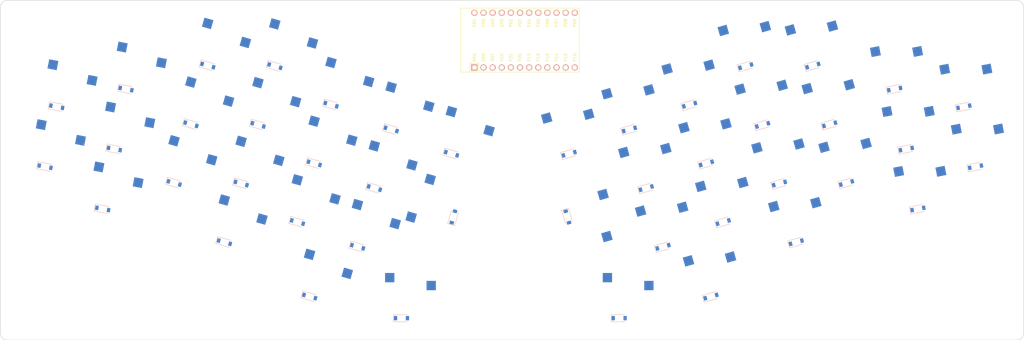
<source format=kicad_pcb>

            
(kicad_pcb (version 20171130) (host pcbnew 5.1.6)

  (page A3)
  (title_block
    (title green60)
    (rev v1.0.0)
    (company Unknown)
  )

  (general
    (thickness 1.6)
  )

  (layers
    (0 F.Cu signal)
    (31 B.Cu signal)
    (32 B.Adhes user)
    (33 F.Adhes user)
    (34 B.Paste user)
    (35 F.Paste user)
    (36 B.SilkS user)
    (37 F.SilkS user)
    (38 B.Mask user)
    (39 F.Mask user)
    (40 Dwgs.User user)
    (41 Cmts.User user)
    (42 Eco1.User user)
    (43 Eco2.User user)
    (44 Edge.Cuts user)
    (45 Margin user)
    (46 B.CrtYd user)
    (47 F.CrtYd user)
    (48 B.Fab user)
    (49 F.Fab user)
  )

  (setup
    (last_trace_width 0.25)
    (trace_clearance 0.2)
    (zone_clearance 0.508)
    (zone_45_only no)
    (trace_min 0.2)
    (via_size 0.8)
    (via_drill 0.4)
    (via_min_size 0.4)
    (via_min_drill 0.3)
    (uvia_size 0.3)
    (uvia_drill 0.1)
    (uvias_allowed no)
    (uvia_min_size 0.2)
    (uvia_min_drill 0.1)
    (edge_width 0.05)
    (segment_width 0.2)
    (pcb_text_width 0.3)
    (pcb_text_size 1.5 1.5)
    (mod_edge_width 0.12)
    (mod_text_size 1 1)
    (mod_text_width 0.15)
    (pad_size 1.524 1.524)
    (pad_drill 0.762)
    (pad_to_mask_clearance 0.05)
    (aux_axis_origin 0 0)
    (visible_elements FFFFFF7F)
    (pcbplotparams
      (layerselection 0x010fc_ffffffff)
      (usegerberextensions false)
      (usegerberattributes true)
      (usegerberadvancedattributes true)
      (creategerberjobfile true)
      (excludeedgelayer true)
      (linewidth 0.100000)
      (plotframeref false)
      (viasonmask false)
      (mode 1)
      (useauxorigin false)
      (hpglpennumber 1)
      (hpglpenspeed 20)
      (hpglpendiameter 15.000000)
      (psnegative false)
      (psa4output false)
      (plotreference true)
      (plotvalue true)
      (plotinvisibletext false)
      (padsonsilk false)
      (subtractmaskfromsilk false)
      (outputformat 1)
      (mirror false)
      (drillshape 1)
      (scaleselection 1)
      (outputdirectory ""))
  )

            (net 0 "")
(net 1 "P2")
(net 2 "P19")
(net 3 "S1_D")
(net 4 "P15")
(net 5 "S2_D")
(net 6 "P3")
(net 7 "S3_D")
(net 8 "S4_D")
(net 9 "P14")
(net 10 "S5_D")
(net 11 "P4")
(net 12 "S6_D")
(net 13 "S7_D")
(net 14 "S8_D")
(net 15 "P5")
(net 16 "S9_D")
(net 17 "P18")
(net 18 "S10_D")
(net 19 "S11_D")
(net 20 "S12_D")
(net 21 "S13_D")
(net 22 "P21")
(net 23 "S14_D")
(net 24 "S15_D")
(net 25 "S16_D")
(net 26 "P20")
(net 27 "S17_D")
(net 28 "S18_D")
(net 29 "S19_D")
(net 30 "S20_D")
(net 31 "S21_D")
(net 32 "S22_D")
(net 33 "P10")
(net 34 "S23_D")
(net 35 "S24_D")
(net 36 "P8")
(net 37 "S25_D")
(net 38 "S26_D")
(net 39 "P9")
(net 40 "S27_D")
(net 41 "P7")
(net 42 "S28_D")
(net 43 "S29_D")
(net 44 "S30_D")
(net 45 "P6")
(net 46 "S31_D")
(net 47 "S32_D")
(net 48 "S33_D")
(net 49 "S34_D")
(net 50 "S35_D")
(net 51 "S36_D")
(net 52 "S37_D")
(net 53 "S38_D")
(net 54 "P16")
(net 55 "S39_D")
(net 56 "S40_D")
(net 57 "S41_D")
(net 58 "S42_D")
(net 59 "S43_D")
(net 60 "S44_D")
(net 61 "RAW")
(net 62 "GND")
(net 63 "RST")
(net 64 "VCC")
(net 65 "P1")
(net 66 "P0")
            
  (net_class Default "This is the default net class."
    (clearance 0.2)
    (trace_width 0.25)
    (via_dia 0.8)
    (via_drill 0.4)
    (uvia_dia 0.3)
    (uvia_drill 0.1)
    (add_net "")
(add_net "P2")
(add_net "P19")
(add_net "S1_D")
(add_net "P15")
(add_net "S2_D")
(add_net "P3")
(add_net "S3_D")
(add_net "S4_D")
(add_net "P14")
(add_net "S5_D")
(add_net "P4")
(add_net "S6_D")
(add_net "S7_D")
(add_net "S8_D")
(add_net "P5")
(add_net "S9_D")
(add_net "P18")
(add_net "S10_D")
(add_net "S11_D")
(add_net "S12_D")
(add_net "S13_D")
(add_net "P21")
(add_net "S14_D")
(add_net "S15_D")
(add_net "S16_D")
(add_net "P20")
(add_net "S17_D")
(add_net "S18_D")
(add_net "S19_D")
(add_net "S20_D")
(add_net "S21_D")
(add_net "S22_D")
(add_net "P10")
(add_net "S23_D")
(add_net "S24_D")
(add_net "P8")
(add_net "S25_D")
(add_net "S26_D")
(add_net "P9")
(add_net "S27_D")
(add_net "P7")
(add_net "S28_D")
(add_net "S29_D")
(add_net "S30_D")
(add_net "P6")
(add_net "S31_D")
(add_net "S32_D")
(add_net "S33_D")
(add_net "S34_D")
(add_net "S35_D")
(add_net "S36_D")
(add_net "S37_D")
(add_net "S38_D")
(add_net "P16")
(add_net "S39_D")
(add_net "S40_D")
(add_net "S41_D")
(add_net "S42_D")
(add_net "S43_D")
(add_net "S44_D")
(add_net "RAW")
(add_net "GND")
(add_net "RST")
(add_net "VCC")
(add_net "P1")
(add_net "P0")
  )

            
        
      (module PG1350 (layer F.Cu) (tedit 5DD50112)
      (at 0 0 -11)

      
      (fp_text reference "S1" (at 0 0) (layer F.SilkS) hide (effects (font (size 1.27 1.27) (thickness 0.15))))
      (fp_text value "" (at 0 0) (layer F.SilkS) hide (effects (font (size 1.27 1.27) (thickness 0.15))))

      
      (fp_line (start -7 -6) (end -7 -7) (layer Dwgs.User) (width 0.15))
      (fp_line (start -7 7) (end -6 7) (layer Dwgs.User) (width 0.15))
      (fp_line (start -6 -7) (end -7 -7) (layer Dwgs.User) (width 0.15))
      (fp_line (start -7 7) (end -7 6) (layer Dwgs.User) (width 0.15))
      (fp_line (start 7 6) (end 7 7) (layer Dwgs.User) (width 0.15))
      (fp_line (start 7 -7) (end 6 -7) (layer Dwgs.User) (width 0.15))
      (fp_line (start 6 7) (end 7 7) (layer Dwgs.User) (width 0.15))
      (fp_line (start 7 -7) (end 7 -6) (layer Dwgs.User) (width 0.15))      
      
      
      (pad "" np_thru_hole circle (at 0 0) (size 3.429 3.429) (drill 3.429) (layers *.Cu *.Mask))
        
      
      (pad "" np_thru_hole circle (at 5.5 0) (size 1.7018 1.7018) (drill 1.7018) (layers *.Cu *.Mask))
      (pad "" np_thru_hole circle (at -5.5 0) (size 1.7018 1.7018) (drill 1.7018) (layers *.Cu *.Mask))
      
        
      (attr smd)
      
      (fp_line (start -2.25 6.35) (end -2.25 4.35) (layer B.SilkS) (width 0.12))
      (fp_line (start -2.25 4.35) (end 1.65 4.35) (layer B.SilkS) (width 0.12))
      (fp_line (start -2.25 6.35) (end 1.65 6.35) (layer B.SilkS) (width 0.12))

      
      (pad 2 smd rect (at 1.65 5.334 -11) (size 0.9 1.2) (layers B.Cu B.Mask B.Paste) (net 3 "S1_D"))
      (pad 3 smd rect (at -1.65 5.334 -11) (size 0.9 1.2) (layers B.Cu B.Mask B.Paste) (net 2 "P19"))
      
        
      
      (fp_line (start -9 -8.5) (end 9 -8.5) (layer Dwgs.User) (width 0.15))
      (fp_line (start 9 -8.5) (end 9 8.5) (layer Dwgs.User) (width 0.15))
      (fp_line (start 9 8.5) (end -9 8.5) (layer Dwgs.User) (width 0.15))
      (fp_line (start -9 8.5) (end -9 -8.5) (layer Dwgs.User) (width 0.15))
      
        
          
          (pad "" np_thru_hole circle (at 5 -3.75) (size 3 3) (drill 3) (layers *.Cu *.Mask))
          (pad "" np_thru_hole circle (at 0 -5.95) (size 3 3) (drill 3) (layers *.Cu *.Mask))
      
          
          (pad 1 smd rect (at -3.275 -5.95 -11) (size 2.6 2.6) (layers B.Cu B.Paste B.Mask)  (net 1 "P2"))
          (pad 2 smd rect (at 8.275 -3.75 -11) (size 2.6 2.6) (layers B.Cu B.Paste B.Mask)  (net 3 "S1_D"))
        )
        

        
      (module PG1350 (layer F.Cu) (tedit 5DD50112)
      (at 3.2437529 -16.6876621 -11)

      
      (fp_text reference "S2" (at 0 0) (layer F.SilkS) hide (effects (font (size 1.27 1.27) (thickness 0.15))))
      (fp_text value "" (at 0 0) (layer F.SilkS) hide (effects (font (size 1.27 1.27) (thickness 0.15))))

      
      (fp_line (start -7 -6) (end -7 -7) (layer Dwgs.User) (width 0.15))
      (fp_line (start -7 7) (end -6 7) (layer Dwgs.User) (width 0.15))
      (fp_line (start -6 -7) (end -7 -7) (layer Dwgs.User) (width 0.15))
      (fp_line (start -7 7) (end -7 6) (layer Dwgs.User) (width 0.15))
      (fp_line (start 7 6) (end 7 7) (layer Dwgs.User) (width 0.15))
      (fp_line (start 7 -7) (end 6 -7) (layer Dwgs.User) (width 0.15))
      (fp_line (start 6 7) (end 7 7) (layer Dwgs.User) (width 0.15))
      (fp_line (start 7 -7) (end 7 -6) (layer Dwgs.User) (width 0.15))      
      
      
      (pad "" np_thru_hole circle (at 0 0) (size 3.429 3.429) (drill 3.429) (layers *.Cu *.Mask))
        
      
      (pad "" np_thru_hole circle (at 5.5 0) (size 1.7018 1.7018) (drill 1.7018) (layers *.Cu *.Mask))
      (pad "" np_thru_hole circle (at -5.5 0) (size 1.7018 1.7018) (drill 1.7018) (layers *.Cu *.Mask))
      
        
      (attr smd)
      
      (fp_line (start -2.25 6.35) (end -2.25 4.35) (layer B.SilkS) (width 0.12))
      (fp_line (start -2.25 4.35) (end 1.65 4.35) (layer B.SilkS) (width 0.12))
      (fp_line (start -2.25 6.35) (end 1.65 6.35) (layer B.SilkS) (width 0.12))

      
      (pad 2 smd rect (at 1.65 5.334 -11) (size 0.9 1.2) (layers B.Cu B.Mask B.Paste) (net 5 "S2_D"))
      (pad 3 smd rect (at -1.65 5.334 -11) (size 0.9 1.2) (layers B.Cu B.Mask B.Paste) (net 4 "P15"))
      
        
      
      (fp_line (start -9 -8.5) (end 9 -8.5) (layer Dwgs.User) (width 0.15))
      (fp_line (start 9 -8.5) (end 9 8.5) (layer Dwgs.User) (width 0.15))
      (fp_line (start 9 8.5) (end -9 8.5) (layer Dwgs.User) (width 0.15))
      (fp_line (start -9 8.5) (end -9 -8.5) (layer Dwgs.User) (width 0.15))
      
        
          
          (pad "" np_thru_hole circle (at 5 -3.75) (size 3 3) (drill 3) (layers *.Cu *.Mask))
          (pad "" np_thru_hole circle (at 0 -5.95) (size 3 3) (drill 3) (layers *.Cu *.Mask))
      
          
          (pad 1 smd rect (at -3.275 -5.95 -11) (size 2.6 2.6) (layers B.Cu B.Paste B.Mask)  (net 1 "P2"))
          (pad 2 smd rect (at 8.275 -3.75 -11) (size 2.6 2.6) (layers B.Cu B.Paste B.Mask)  (net 5 "S2_D"))
        )
        

        
      (module PG1350 (layer F.Cu) (tedit 5DD50112)
      (at 16.0474129 11.778393 -11)

      
      (fp_text reference "S3" (at 0 0) (layer F.SilkS) hide (effects (font (size 1.27 1.27) (thickness 0.15))))
      (fp_text value "" (at 0 0) (layer F.SilkS) hide (effects (font (size 1.27 1.27) (thickness 0.15))))

      
      (fp_line (start -7 -6) (end -7 -7) (layer Dwgs.User) (width 0.15))
      (fp_line (start -7 7) (end -6 7) (layer Dwgs.User) (width 0.15))
      (fp_line (start -6 -7) (end -7 -7) (layer Dwgs.User) (width 0.15))
      (fp_line (start -7 7) (end -7 6) (layer Dwgs.User) (width 0.15))
      (fp_line (start 7 6) (end 7 7) (layer Dwgs.User) (width 0.15))
      (fp_line (start 7 -7) (end 6 -7) (layer Dwgs.User) (width 0.15))
      (fp_line (start 6 7) (end 7 7) (layer Dwgs.User) (width 0.15))
      (fp_line (start 7 -7) (end 7 -6) (layer Dwgs.User) (width 0.15))      
      
      
      (pad "" np_thru_hole circle (at 0 0) (size 3.429 3.429) (drill 3.429) (layers *.Cu *.Mask))
        
      
      (pad "" np_thru_hole circle (at 5.5 0) (size 1.7018 1.7018) (drill 1.7018) (layers *.Cu *.Mask))
      (pad "" np_thru_hole circle (at -5.5 0) (size 1.7018 1.7018) (drill 1.7018) (layers *.Cu *.Mask))
      
        
      (attr smd)
      
      (fp_line (start -2.25 6.35) (end -2.25 4.35) (layer B.SilkS) (width 0.12))
      (fp_line (start -2.25 4.35) (end 1.65 4.35) (layer B.SilkS) (width 0.12))
      (fp_line (start -2.25 6.35) (end 1.65 6.35) (layer B.SilkS) (width 0.12))

      
      (pad 2 smd rect (at 1.65 5.334 -11) (size 0.9 1.2) (layers B.Cu B.Mask B.Paste) (net 7 "S3_D"))
      (pad 3 smd rect (at -1.65 5.334 -11) (size 0.9 1.2) (layers B.Cu B.Mask B.Paste) (net 2 "P19"))
      
        
      
      (fp_line (start -9 -8.5) (end 9 -8.5) (layer Dwgs.User) (width 0.15))
      (fp_line (start 9 -8.5) (end 9 8.5) (layer Dwgs.User) (width 0.15))
      (fp_line (start 9 8.5) (end -9 8.5) (layer Dwgs.User) (width 0.15))
      (fp_line (start -9 8.5) (end -9 -8.5) (layer Dwgs.User) (width 0.15))
      
        
          
          (pad "" np_thru_hole circle (at 5 -3.75) (size 3 3) (drill 3) (layers *.Cu *.Mask))
          (pad "" np_thru_hole circle (at 0 -5.95) (size 3 3) (drill 3) (layers *.Cu *.Mask))
      
          
          (pad 1 smd rect (at -3.275 -5.95 -11) (size 2.6 2.6) (layers B.Cu B.Paste B.Mask)  (net 6 "P3"))
          (pad 2 smd rect (at 8.275 -3.75 -11) (size 2.6 2.6) (layers B.Cu B.Paste B.Mask)  (net 7 "S3_D"))
        )
        

        
      (module PG1350 (layer F.Cu) (tedit 5DD50112)
      (at 19.2911658 -4.9092692 -11)

      
      (fp_text reference "S4" (at 0 0) (layer F.SilkS) hide (effects (font (size 1.27 1.27) (thickness 0.15))))
      (fp_text value "" (at 0 0) (layer F.SilkS) hide (effects (font (size 1.27 1.27) (thickness 0.15))))

      
      (fp_line (start -7 -6) (end -7 -7) (layer Dwgs.User) (width 0.15))
      (fp_line (start -7 7) (end -6 7) (layer Dwgs.User) (width 0.15))
      (fp_line (start -6 -7) (end -7 -7) (layer Dwgs.User) (width 0.15))
      (fp_line (start -7 7) (end -7 6) (layer Dwgs.User) (width 0.15))
      (fp_line (start 7 6) (end 7 7) (layer Dwgs.User) (width 0.15))
      (fp_line (start 7 -7) (end 6 -7) (layer Dwgs.User) (width 0.15))
      (fp_line (start 6 7) (end 7 7) (layer Dwgs.User) (width 0.15))
      (fp_line (start 7 -7) (end 7 -6) (layer Dwgs.User) (width 0.15))      
      
      
      (pad "" np_thru_hole circle (at 0 0) (size 3.429 3.429) (drill 3.429) (layers *.Cu *.Mask))
        
      
      (pad "" np_thru_hole circle (at 5.5 0) (size 1.7018 1.7018) (drill 1.7018) (layers *.Cu *.Mask))
      (pad "" np_thru_hole circle (at -5.5 0) (size 1.7018 1.7018) (drill 1.7018) (layers *.Cu *.Mask))
      
        
      (attr smd)
      
      (fp_line (start -2.25 6.35) (end -2.25 4.35) (layer B.SilkS) (width 0.12))
      (fp_line (start -2.25 4.35) (end 1.65 4.35) (layer B.SilkS) (width 0.12))
      (fp_line (start -2.25 6.35) (end 1.65 6.35) (layer B.SilkS) (width 0.12))

      
      (pad 2 smd rect (at 1.65 5.334 -11) (size 0.9 1.2) (layers B.Cu B.Mask B.Paste) (net 8 "S4_D"))
      (pad 3 smd rect (at -1.65 5.334 -11) (size 0.9 1.2) (layers B.Cu B.Mask B.Paste) (net 4 "P15"))
      
        
      
      (fp_line (start -9 -8.5) (end 9 -8.5) (layer Dwgs.User) (width 0.15))
      (fp_line (start 9 -8.5) (end 9 8.5) (layer Dwgs.User) (width 0.15))
      (fp_line (start 9 8.5) (end -9 8.5) (layer Dwgs.User) (width 0.15))
      (fp_line (start -9 8.5) (end -9 -8.5) (layer Dwgs.User) (width 0.15))
      
        
          
          (pad "" np_thru_hole circle (at 5 -3.75) (size 3 3) (drill 3) (layers *.Cu *.Mask))
          (pad "" np_thru_hole circle (at 0 -5.95) (size 3 3) (drill 3) (layers *.Cu *.Mask))
      
          
          (pad 1 smd rect (at -3.275 -5.95 -11) (size 2.6 2.6) (layers B.Cu B.Paste B.Mask)  (net 6 "P3"))
          (pad 2 smd rect (at 8.275 -3.75 -11) (size 2.6 2.6) (layers B.Cu B.Paste B.Mask)  (net 8 "S4_D"))
        )
        

        
      (module PG1350 (layer F.Cu) (tedit 5DD50112)
      (at 22.5349187 -21.5969313 -11)

      
      (fp_text reference "S5" (at 0 0) (layer F.SilkS) hide (effects (font (size 1.27 1.27) (thickness 0.15))))
      (fp_text value "" (at 0 0) (layer F.SilkS) hide (effects (font (size 1.27 1.27) (thickness 0.15))))

      
      (fp_line (start -7 -6) (end -7 -7) (layer Dwgs.User) (width 0.15))
      (fp_line (start -7 7) (end -6 7) (layer Dwgs.User) (width 0.15))
      (fp_line (start -6 -7) (end -7 -7) (layer Dwgs.User) (width 0.15))
      (fp_line (start -7 7) (end -7 6) (layer Dwgs.User) (width 0.15))
      (fp_line (start 7 6) (end 7 7) (layer Dwgs.User) (width 0.15))
      (fp_line (start 7 -7) (end 6 -7) (layer Dwgs.User) (width 0.15))
      (fp_line (start 6 7) (end 7 7) (layer Dwgs.User) (width 0.15))
      (fp_line (start 7 -7) (end 7 -6) (layer Dwgs.User) (width 0.15))      
      
      
      (pad "" np_thru_hole circle (at 0 0) (size 3.429 3.429) (drill 3.429) (layers *.Cu *.Mask))
        
      
      (pad "" np_thru_hole circle (at 5.5 0) (size 1.7018 1.7018) (drill 1.7018) (layers *.Cu *.Mask))
      (pad "" np_thru_hole circle (at -5.5 0) (size 1.7018 1.7018) (drill 1.7018) (layers *.Cu *.Mask))
      
        
      (attr smd)
      
      (fp_line (start -2.25 6.35) (end -2.25 4.35) (layer B.SilkS) (width 0.12))
      (fp_line (start -2.25 4.35) (end 1.65 4.35) (layer B.SilkS) (width 0.12))
      (fp_line (start -2.25 6.35) (end 1.65 6.35) (layer B.SilkS) (width 0.12))

      
      (pad 2 smd rect (at 1.65 5.334 -11) (size 0.9 1.2) (layers B.Cu B.Mask B.Paste) (net 10 "S5_D"))
      (pad 3 smd rect (at -1.65 5.334 -11) (size 0.9 1.2) (layers B.Cu B.Mask B.Paste) (net 9 "P14"))
      
        
      
      (fp_line (start -9 -8.5) (end 9 -8.5) (layer Dwgs.User) (width 0.15))
      (fp_line (start 9 -8.5) (end 9 8.5) (layer Dwgs.User) (width 0.15))
      (fp_line (start 9 8.5) (end -9 8.5) (layer Dwgs.User) (width 0.15))
      (fp_line (start -9 8.5) (end -9 -8.5) (layer Dwgs.User) (width 0.15))
      
        
          
          (pad "" np_thru_hole circle (at 5 -3.75) (size 3 3) (drill 3) (layers *.Cu *.Mask))
          (pad "" np_thru_hole circle (at 0 -5.95) (size 3 3) (drill 3) (layers *.Cu *.Mask))
      
          
          (pad 1 smd rect (at -3.275 -5.95 -11) (size 2.6 2.6) (layers B.Cu B.Paste B.Mask)  (net 1 "P2"))
          (pad 2 smd rect (at 8.275 -3.75 -11) (size 2.6 2.6) (layers B.Cu B.Paste B.Mask)  (net 10 "S5_D"))
        )
        

        
      (module PG1350 (layer F.Cu) (tedit 5DD50112)
      (at 36.392136 4.6475043 -16)

      
      (fp_text reference "S6" (at 0 0) (layer F.SilkS) hide (effects (font (size 1.27 1.27) (thickness 0.15))))
      (fp_text value "" (at 0 0) (layer F.SilkS) hide (effects (font (size 1.27 1.27) (thickness 0.15))))

      
      (fp_line (start -7 -6) (end -7 -7) (layer Dwgs.User) (width 0.15))
      (fp_line (start -7 7) (end -6 7) (layer Dwgs.User) (width 0.15))
      (fp_line (start -6 -7) (end -7 -7) (layer Dwgs.User) (width 0.15))
      (fp_line (start -7 7) (end -7 6) (layer Dwgs.User) (width 0.15))
      (fp_line (start 7 6) (end 7 7) (layer Dwgs.User) (width 0.15))
      (fp_line (start 7 -7) (end 6 -7) (layer Dwgs.User) (width 0.15))
      (fp_line (start 6 7) (end 7 7) (layer Dwgs.User) (width 0.15))
      (fp_line (start 7 -7) (end 7 -6) (layer Dwgs.User) (width 0.15))      
      
      
      (pad "" np_thru_hole circle (at 0 0) (size 3.429 3.429) (drill 3.429) (layers *.Cu *.Mask))
        
      
      (pad "" np_thru_hole circle (at 5.5 0) (size 1.7018 1.7018) (drill 1.7018) (layers *.Cu *.Mask))
      (pad "" np_thru_hole circle (at -5.5 0) (size 1.7018 1.7018) (drill 1.7018) (layers *.Cu *.Mask))
      
        
      (attr smd)
      
      (fp_line (start -2.25 6.35) (end -2.25 4.35) (layer B.SilkS) (width 0.12))
      (fp_line (start -2.25 4.35) (end 1.65 4.35) (layer B.SilkS) (width 0.12))
      (fp_line (start -2.25 6.35) (end 1.65 6.35) (layer B.SilkS) (width 0.12))

      
      (pad 2 smd rect (at 1.65 5.334 -16) (size 0.9 1.2) (layers B.Cu B.Mask B.Paste) (net 12 "S6_D"))
      (pad 3 smd rect (at -1.65 5.334 -16) (size 0.9 1.2) (layers B.Cu B.Mask B.Paste) (net 2 "P19"))
      
        
      
      (fp_line (start -9 -8.5) (end 9 -8.5) (layer Dwgs.User) (width 0.15))
      (fp_line (start 9 -8.5) (end 9 8.5) (layer Dwgs.User) (width 0.15))
      (fp_line (start 9 8.5) (end -9 8.5) (layer Dwgs.User) (width 0.15))
      (fp_line (start -9 8.5) (end -9 -8.5) (layer Dwgs.User) (width 0.15))
      
        
          
          (pad "" np_thru_hole circle (at 5 -3.75) (size 3 3) (drill 3) (layers *.Cu *.Mask))
          (pad "" np_thru_hole circle (at 0 -5.95) (size 3 3) (drill 3) (layers *.Cu *.Mask))
      
          
          (pad 1 smd rect (at -3.275 -5.95 -16) (size 2.6 2.6) (layers B.Cu B.Paste B.Mask)  (net 11 "P4"))
          (pad 2 smd rect (at 8.275 -3.75 -16) (size 2.6 2.6) (layers B.Cu B.Paste B.Mask)  (net 12 "S6_D"))
        )
        

        
      (module PG1350 (layer F.Cu) (tedit 5DD50112)
      (at 41.077971 -11.6939445 -16)

      
      (fp_text reference "S7" (at 0 0) (layer F.SilkS) hide (effects (font (size 1.27 1.27) (thickness 0.15))))
      (fp_text value "" (at 0 0) (layer F.SilkS) hide (effects (font (size 1.27 1.27) (thickness 0.15))))

      
      (fp_line (start -7 -6) (end -7 -7) (layer Dwgs.User) (width 0.15))
      (fp_line (start -7 7) (end -6 7) (layer Dwgs.User) (width 0.15))
      (fp_line (start -6 -7) (end -7 -7) (layer Dwgs.User) (width 0.15))
      (fp_line (start -7 7) (end -7 6) (layer Dwgs.User) (width 0.15))
      (fp_line (start 7 6) (end 7 7) (layer Dwgs.User) (width 0.15))
      (fp_line (start 7 -7) (end 6 -7) (layer Dwgs.User) (width 0.15))
      (fp_line (start 6 7) (end 7 7) (layer Dwgs.User) (width 0.15))
      (fp_line (start 7 -7) (end 7 -6) (layer Dwgs.User) (width 0.15))      
      
      
      (pad "" np_thru_hole circle (at 0 0) (size 3.429 3.429) (drill 3.429) (layers *.Cu *.Mask))
        
      
      (pad "" np_thru_hole circle (at 5.5 0) (size 1.7018 1.7018) (drill 1.7018) (layers *.Cu *.Mask))
      (pad "" np_thru_hole circle (at -5.5 0) (size 1.7018 1.7018) (drill 1.7018) (layers *.Cu *.Mask))
      
        
      (attr smd)
      
      (fp_line (start -2.25 6.35) (end -2.25 4.35) (layer B.SilkS) (width 0.12))
      (fp_line (start -2.25 4.35) (end 1.65 4.35) (layer B.SilkS) (width 0.12))
      (fp_line (start -2.25 6.35) (end 1.65 6.35) (layer B.SilkS) (width 0.12))

      
      (pad 2 smd rect (at 1.65 5.334 -16) (size 0.9 1.2) (layers B.Cu B.Mask B.Paste) (net 13 "S7_D"))
      (pad 3 smd rect (at -1.65 5.334 -16) (size 0.9 1.2) (layers B.Cu B.Mask B.Paste) (net 4 "P15"))
      
        
      
      (fp_line (start -9 -8.5) (end 9 -8.5) (layer Dwgs.User) (width 0.15))
      (fp_line (start 9 -8.5) (end 9 8.5) (layer Dwgs.User) (width 0.15))
      (fp_line (start 9 8.5) (end -9 8.5) (layer Dwgs.User) (width 0.15))
      (fp_line (start -9 8.5) (end -9 -8.5) (layer Dwgs.User) (width 0.15))
      
        
          
          (pad "" np_thru_hole circle (at 5 -3.75) (size 3 3) (drill 3) (layers *.Cu *.Mask))
          (pad "" np_thru_hole circle (at 0 -5.95) (size 3 3) (drill 3) (layers *.Cu *.Mask))
      
          
          (pad 1 smd rect (at -3.275 -5.95 -16) (size 2.6 2.6) (layers B.Cu B.Paste B.Mask)  (net 11 "P4"))
          (pad 2 smd rect (at 8.275 -3.75 -16) (size 2.6 2.6) (layers B.Cu B.Paste B.Mask)  (net 13 "S7_D"))
        )
        

        
      (module PG1350 (layer F.Cu) (tedit 5DD50112)
      (at 45.763806 -28.0353933 -16)

      
      (fp_text reference "S8" (at 0 0) (layer F.SilkS) hide (effects (font (size 1.27 1.27) (thickness 0.15))))
      (fp_text value "" (at 0 0) (layer F.SilkS) hide (effects (font (size 1.27 1.27) (thickness 0.15))))

      
      (fp_line (start -7 -6) (end -7 -7) (layer Dwgs.User) (width 0.15))
      (fp_line (start -7 7) (end -6 7) (layer Dwgs.User) (width 0.15))
      (fp_line (start -6 -7) (end -7 -7) (layer Dwgs.User) (width 0.15))
      (fp_line (start -7 7) (end -7 6) (layer Dwgs.User) (width 0.15))
      (fp_line (start 7 6) (end 7 7) (layer Dwgs.User) (width 0.15))
      (fp_line (start 7 -7) (end 6 -7) (layer Dwgs.User) (width 0.15))
      (fp_line (start 6 7) (end 7 7) (layer Dwgs.User) (width 0.15))
      (fp_line (start 7 -7) (end 7 -6) (layer Dwgs.User) (width 0.15))      
      
      
      (pad "" np_thru_hole circle (at 0 0) (size 3.429 3.429) (drill 3.429) (layers *.Cu *.Mask))
        
      
      (pad "" np_thru_hole circle (at 5.5 0) (size 1.7018 1.7018) (drill 1.7018) (layers *.Cu *.Mask))
      (pad "" np_thru_hole circle (at -5.5 0) (size 1.7018 1.7018) (drill 1.7018) (layers *.Cu *.Mask))
      
        
      (attr smd)
      
      (fp_line (start -2.25 6.35) (end -2.25 4.35) (layer B.SilkS) (width 0.12))
      (fp_line (start -2.25 4.35) (end 1.65 4.35) (layer B.SilkS) (width 0.12))
      (fp_line (start -2.25 6.35) (end 1.65 6.35) (layer B.SilkS) (width 0.12))

      
      (pad 2 smd rect (at 1.65 5.334 -16) (size 0.9 1.2) (layers B.Cu B.Mask B.Paste) (net 14 "S8_D"))
      (pad 3 smd rect (at -1.65 5.334 -16) (size 0.9 1.2) (layers B.Cu B.Mask B.Paste) (net 9 "P14"))
      
        
      
      (fp_line (start -9 -8.5) (end 9 -8.5) (layer Dwgs.User) (width 0.15))
      (fp_line (start 9 -8.5) (end 9 8.5) (layer Dwgs.User) (width 0.15))
      (fp_line (start 9 8.5) (end -9 8.5) (layer Dwgs.User) (width 0.15))
      (fp_line (start -9 8.5) (end -9 -8.5) (layer Dwgs.User) (width 0.15))
      
        
          
          (pad "" np_thru_hole circle (at 5 -3.75) (size 3 3) (drill 3) (layers *.Cu *.Mask))
          (pad "" np_thru_hole circle (at 0 -5.95) (size 3 3) (drill 3) (layers *.Cu *.Mask))
      
          
          (pad 1 smd rect (at -3.275 -5.95 -16) (size 2.6 2.6) (layers B.Cu B.Paste B.Mask)  (net 6 "P3"))
          (pad 2 smd rect (at 8.275 -3.75 -16) (size 2.6 2.6) (layers B.Cu B.Paste B.Mask)  (net 14 "S8_D"))
        )
        

        
      (module PG1350 (layer F.Cu) (tedit 5DD50112)
      (at 50.3871981 21.144117 -16)

      
      (fp_text reference "S9" (at 0 0) (layer F.SilkS) hide (effects (font (size 1.27 1.27) (thickness 0.15))))
      (fp_text value "" (at 0 0) (layer F.SilkS) hide (effects (font (size 1.27 1.27) (thickness 0.15))))

      
      (fp_line (start -7 -6) (end -7 -7) (layer Dwgs.User) (width 0.15))
      (fp_line (start -7 7) (end -6 7) (layer Dwgs.User) (width 0.15))
      (fp_line (start -6 -7) (end -7 -7) (layer Dwgs.User) (width 0.15))
      (fp_line (start -7 7) (end -7 6) (layer Dwgs.User) (width 0.15))
      (fp_line (start 7 6) (end 7 7) (layer Dwgs.User) (width 0.15))
      (fp_line (start 7 -7) (end 6 -7) (layer Dwgs.User) (width 0.15))
      (fp_line (start 6 7) (end 7 7) (layer Dwgs.User) (width 0.15))
      (fp_line (start 7 -7) (end 7 -6) (layer Dwgs.User) (width 0.15))      
      
      
      (pad "" np_thru_hole circle (at 0 0) (size 3.429 3.429) (drill 3.429) (layers *.Cu *.Mask))
        
      
      (pad "" np_thru_hole circle (at 5.5 0) (size 1.7018 1.7018) (drill 1.7018) (layers *.Cu *.Mask))
      (pad "" np_thru_hole circle (at -5.5 0) (size 1.7018 1.7018) (drill 1.7018) (layers *.Cu *.Mask))
      
        
      (attr smd)
      
      (fp_line (start -2.25 6.35) (end -2.25 4.35) (layer B.SilkS) (width 0.12))
      (fp_line (start -2.25 4.35) (end 1.65 4.35) (layer B.SilkS) (width 0.12))
      (fp_line (start -2.25 6.35) (end 1.65 6.35) (layer B.SilkS) (width 0.12))

      
      (pad 2 smd rect (at 1.65 5.334 -16) (size 0.9 1.2) (layers B.Cu B.Mask B.Paste) (net 16 "S9_D"))
      (pad 3 smd rect (at -1.65 5.334 -16) (size 0.9 1.2) (layers B.Cu B.Mask B.Paste) (net 2 "P19"))
      
        
      
      (fp_line (start -9 -8.5) (end 9 -8.5) (layer Dwgs.User) (width 0.15))
      (fp_line (start 9 -8.5) (end 9 8.5) (layer Dwgs.User) (width 0.15))
      (fp_line (start 9 8.5) (end -9 8.5) (layer Dwgs.User) (width 0.15))
      (fp_line (start -9 8.5) (end -9 -8.5) (layer Dwgs.User) (width 0.15))
      
        
          
          (pad "" np_thru_hole circle (at 5 -3.75) (size 3 3) (drill 3) (layers *.Cu *.Mask))
          (pad "" np_thru_hole circle (at 0 -5.95) (size 3 3) (drill 3) (layers *.Cu *.Mask))
      
          
          (pad 1 smd rect (at -3.275 -5.95 -16) (size 2.6 2.6) (layers B.Cu B.Paste B.Mask)  (net 15 "P5"))
          (pad 2 smd rect (at 8.275 -3.75 -16) (size 2.6 2.6) (layers B.Cu B.Paste B.Mask)  (net 16 "S9_D"))
        )
        

        
      (module PG1350 (layer F.Cu) (tedit 5DD50112)
      (at 55.0730332 4.8026682 -16)

      
      (fp_text reference "S10" (at 0 0) (layer F.SilkS) hide (effects (font (size 1.27 1.27) (thickness 0.15))))
      (fp_text value "" (at 0 0) (layer F.SilkS) hide (effects (font (size 1.27 1.27) (thickness 0.15))))

      
      (fp_line (start -7 -6) (end -7 -7) (layer Dwgs.User) (width 0.15))
      (fp_line (start -7 7) (end -6 7) (layer Dwgs.User) (width 0.15))
      (fp_line (start -6 -7) (end -7 -7) (layer Dwgs.User) (width 0.15))
      (fp_line (start -7 7) (end -7 6) (layer Dwgs.User) (width 0.15))
      (fp_line (start 7 6) (end 7 7) (layer Dwgs.User) (width 0.15))
      (fp_line (start 7 -7) (end 6 -7) (layer Dwgs.User) (width 0.15))
      (fp_line (start 6 7) (end 7 7) (layer Dwgs.User) (width 0.15))
      (fp_line (start 7 -7) (end 7 -6) (layer Dwgs.User) (width 0.15))      
      
      
      (pad "" np_thru_hole circle (at 0 0) (size 3.429 3.429) (drill 3.429) (layers *.Cu *.Mask))
        
      
      (pad "" np_thru_hole circle (at 5.5 0) (size 1.7018 1.7018) (drill 1.7018) (layers *.Cu *.Mask))
      (pad "" np_thru_hole circle (at -5.5 0) (size 1.7018 1.7018) (drill 1.7018) (layers *.Cu *.Mask))
      
        
      (attr smd)
      
      (fp_line (start -2.25 6.35) (end -2.25 4.35) (layer B.SilkS) (width 0.12))
      (fp_line (start -2.25 4.35) (end 1.65 4.35) (layer B.SilkS) (width 0.12))
      (fp_line (start -2.25 6.35) (end 1.65 6.35) (layer B.SilkS) (width 0.12))

      
      (pad 2 smd rect (at 1.65 5.334 -16) (size 0.9 1.2) (layers B.Cu B.Mask B.Paste) (net 18 "S10_D"))
      (pad 3 smd rect (at -1.65 5.334 -16) (size 0.9 1.2) (layers B.Cu B.Mask B.Paste) (net 17 "P18"))
      
        
      
      (fp_line (start -9 -8.5) (end 9 -8.5) (layer Dwgs.User) (width 0.15))
      (fp_line (start 9 -8.5) (end 9 8.5) (layer Dwgs.User) (width 0.15))
      (fp_line (start 9 8.5) (end -9 8.5) (layer Dwgs.User) (width 0.15))
      (fp_line (start -9 8.5) (end -9 -8.5) (layer Dwgs.User) (width 0.15))
      
        
          
          (pad "" np_thru_hole circle (at 5 -3.75) (size 3 3) (drill 3) (layers *.Cu *.Mask))
          (pad "" np_thru_hole circle (at 0 -5.95) (size 3 3) (drill 3) (layers *.Cu *.Mask))
      
          
          (pad 1 smd rect (at -3.275 -5.95 -16) (size 2.6 2.6) (layers B.Cu B.Paste B.Mask)  (net 11 "P4"))
          (pad 2 smd rect (at 8.275 -3.75 -16) (size 2.6 2.6) (layers B.Cu B.Paste B.Mask)  (net 18 "S10_D"))
        )
        

        
      (module PG1350 (layer F.Cu) (tedit 5DD50112)
      (at 59.7588682 -11.5387806 -16)

      
      (fp_text reference "S11" (at 0 0) (layer F.SilkS) hide (effects (font (size 1.27 1.27) (thickness 0.15))))
      (fp_text value "" (at 0 0) (layer F.SilkS) hide (effects (font (size 1.27 1.27) (thickness 0.15))))

      
      (fp_line (start -7 -6) (end -7 -7) (layer Dwgs.User) (width 0.15))
      (fp_line (start -7 7) (end -6 7) (layer Dwgs.User) (width 0.15))
      (fp_line (start -6 -7) (end -7 -7) (layer Dwgs.User) (width 0.15))
      (fp_line (start -7 7) (end -7 6) (layer Dwgs.User) (width 0.15))
      (fp_line (start 7 6) (end 7 7) (layer Dwgs.User) (width 0.15))
      (fp_line (start 7 -7) (end 6 -7) (layer Dwgs.User) (width 0.15))
      (fp_line (start 6 7) (end 7 7) (layer Dwgs.User) (width 0.15))
      (fp_line (start 7 -7) (end 7 -6) (layer Dwgs.User) (width 0.15))      
      
      
      (pad "" np_thru_hole circle (at 0 0) (size 3.429 3.429) (drill 3.429) (layers *.Cu *.Mask))
        
      
      (pad "" np_thru_hole circle (at 5.5 0) (size 1.7018 1.7018) (drill 1.7018) (layers *.Cu *.Mask))
      (pad "" np_thru_hole circle (at -5.5 0) (size 1.7018 1.7018) (drill 1.7018) (layers *.Cu *.Mask))
      
        
      (attr smd)
      
      (fp_line (start -2.25 6.35) (end -2.25 4.35) (layer B.SilkS) (width 0.12))
      (fp_line (start -2.25 4.35) (end 1.65 4.35) (layer B.SilkS) (width 0.12))
      (fp_line (start -2.25 6.35) (end 1.65 6.35) (layer B.SilkS) (width 0.12))

      
      (pad 2 smd rect (at 1.65 5.334 -16) (size 0.9 1.2) (layers B.Cu B.Mask B.Paste) (net 19 "S11_D"))
      (pad 3 smd rect (at -1.65 5.334 -16) (size 0.9 1.2) (layers B.Cu B.Mask B.Paste) (net 4 "P15"))
      
        
      
      (fp_line (start -9 -8.5) (end 9 -8.5) (layer Dwgs.User) (width 0.15))
      (fp_line (start 9 -8.5) (end 9 8.5) (layer Dwgs.User) (width 0.15))
      (fp_line (start 9 8.5) (end -9 8.5) (layer Dwgs.User) (width 0.15))
      (fp_line (start -9 8.5) (end -9 -8.5) (layer Dwgs.User) (width 0.15))
      
        
          
          (pad "" np_thru_hole circle (at 5 -3.75) (size 3 3) (drill 3) (layers *.Cu *.Mask))
          (pad "" np_thru_hole circle (at 0 -5.95) (size 3 3) (drill 3) (layers *.Cu *.Mask))
      
          
          (pad 1 smd rect (at -3.275 -5.95 -16) (size 2.6 2.6) (layers B.Cu B.Paste B.Mask)  (net 15 "P5"))
          (pad 2 smd rect (at 8.275 -3.75 -16) (size 2.6 2.6) (layers B.Cu B.Paste B.Mask)  (net 19 "S11_D"))
        )
        

        
      (module PG1350 (layer F.Cu) (tedit 5DD50112)
      (at 64.4447033 -27.8802294 -16)

      
      (fp_text reference "S12" (at 0 0) (layer F.SilkS) hide (effects (font (size 1.27 1.27) (thickness 0.15))))
      (fp_text value "" (at 0 0) (layer F.SilkS) hide (effects (font (size 1.27 1.27) (thickness 0.15))))

      
      (fp_line (start -7 -6) (end -7 -7) (layer Dwgs.User) (width 0.15))
      (fp_line (start -7 7) (end -6 7) (layer Dwgs.User) (width 0.15))
      (fp_line (start -6 -7) (end -7 -7) (layer Dwgs.User) (width 0.15))
      (fp_line (start -7 7) (end -7 6) (layer Dwgs.User) (width 0.15))
      (fp_line (start 7 6) (end 7 7) (layer Dwgs.User) (width 0.15))
      (fp_line (start 7 -7) (end 6 -7) (layer Dwgs.User) (width 0.15))
      (fp_line (start 6 7) (end 7 7) (layer Dwgs.User) (width 0.15))
      (fp_line (start 7 -7) (end 7 -6) (layer Dwgs.User) (width 0.15))      
      
      
      (pad "" np_thru_hole circle (at 0 0) (size 3.429 3.429) (drill 3.429) (layers *.Cu *.Mask))
        
      
      (pad "" np_thru_hole circle (at 5.5 0) (size 1.7018 1.7018) (drill 1.7018) (layers *.Cu *.Mask))
      (pad "" np_thru_hole circle (at -5.5 0) (size 1.7018 1.7018) (drill 1.7018) (layers *.Cu *.Mask))
      
        
      (attr smd)
      
      (fp_line (start -2.25 6.35) (end -2.25 4.35) (layer B.SilkS) (width 0.12))
      (fp_line (start -2.25 4.35) (end 1.65 4.35) (layer B.SilkS) (width 0.12))
      (fp_line (start -2.25 6.35) (end 1.65 6.35) (layer B.SilkS) (width 0.12))

      
      (pad 2 smd rect (at 1.65 5.334 -16) (size 0.9 1.2) (layers B.Cu B.Mask B.Paste) (net 20 "S12_D"))
      (pad 3 smd rect (at -1.65 5.334 -16) (size 0.9 1.2) (layers B.Cu B.Mask B.Paste) (net 9 "P14"))
      
        
      
      (fp_line (start -9 -8.5) (end 9 -8.5) (layer Dwgs.User) (width 0.15))
      (fp_line (start 9 -8.5) (end 9 8.5) (layer Dwgs.User) (width 0.15))
      (fp_line (start 9 8.5) (end -9 8.5) (layer Dwgs.User) (width 0.15))
      (fp_line (start -9 8.5) (end -9 -8.5) (layer Dwgs.User) (width 0.15))
      
        
          
          (pad "" np_thru_hole circle (at 5 -3.75) (size 3 3) (drill 3) (layers *.Cu *.Mask))
          (pad "" np_thru_hole circle (at 0 -5.95) (size 3 3) (drill 3) (layers *.Cu *.Mask))
      
          
          (pad 1 smd rect (at -3.275 -5.95 -16) (size 2.6 2.6) (layers B.Cu B.Paste B.Mask)  (net 11 "P4"))
          (pad 2 smd rect (at 8.275 -3.75 -16) (size 2.6 2.6) (layers B.Cu B.Paste B.Mask)  (net 20 "S12_D"))
        )
        

        
      (module PG1350 (layer F.Cu) (tedit 5DD50112)
      (at 70.7219196 15.5317107 -16)

      
      (fp_text reference "S13" (at 0 0) (layer F.SilkS) hide (effects (font (size 1.27 1.27) (thickness 0.15))))
      (fp_text value "" (at 0 0) (layer F.SilkS) hide (effects (font (size 1.27 1.27) (thickness 0.15))))

      
      (fp_line (start -7 -6) (end -7 -7) (layer Dwgs.User) (width 0.15))
      (fp_line (start -7 7) (end -6 7) (layer Dwgs.User) (width 0.15))
      (fp_line (start -6 -7) (end -7 -7) (layer Dwgs.User) (width 0.15))
      (fp_line (start -7 7) (end -7 6) (layer Dwgs.User) (width 0.15))
      (fp_line (start 7 6) (end 7 7) (layer Dwgs.User) (width 0.15))
      (fp_line (start 7 -7) (end 6 -7) (layer Dwgs.User) (width 0.15))
      (fp_line (start 6 7) (end 7 7) (layer Dwgs.User) (width 0.15))
      (fp_line (start 7 -7) (end 7 -6) (layer Dwgs.User) (width 0.15))      
      
      
      (pad "" np_thru_hole circle (at 0 0) (size 3.429 3.429) (drill 3.429) (layers *.Cu *.Mask))
        
      
      (pad "" np_thru_hole circle (at 5.5 0) (size 1.7018 1.7018) (drill 1.7018) (layers *.Cu *.Mask))
      (pad "" np_thru_hole circle (at -5.5 0) (size 1.7018 1.7018) (drill 1.7018) (layers *.Cu *.Mask))
      
        
      (attr smd)
      
      (fp_line (start -2.25 6.35) (end -2.25 4.35) (layer B.SilkS) (width 0.12))
      (fp_line (start -2.25 4.35) (end 1.65 4.35) (layer B.SilkS) (width 0.12))
      (fp_line (start -2.25 6.35) (end 1.65 6.35) (layer B.SilkS) (width 0.12))

      
      (pad 2 smd rect (at 1.65 5.334 -16) (size 0.9 1.2) (layers B.Cu B.Mask B.Paste) (net 21 "S13_D"))
      (pad 3 smd rect (at -1.65 5.334 -16) (size 0.9 1.2) (layers B.Cu B.Mask B.Paste) (net 17 "P18"))
      
        
      
      (fp_line (start -9 -8.5) (end 9 -8.5) (layer Dwgs.User) (width 0.15))
      (fp_line (start 9 -8.5) (end 9 8.5) (layer Dwgs.User) (width 0.15))
      (fp_line (start 9 8.5) (end -9 8.5) (layer Dwgs.User) (width 0.15))
      (fp_line (start -9 8.5) (end -9 -8.5) (layer Dwgs.User) (width 0.15))
      
        
          
          (pad "" np_thru_hole circle (at 5 -3.75) (size 3 3) (drill 3) (layers *.Cu *.Mask))
          (pad "" np_thru_hole circle (at 0 -5.95) (size 3 3) (drill 3) (layers *.Cu *.Mask))
      
          
          (pad 1 smd rect (at -3.275 -5.95 -16) (size 2.6 2.6) (layers B.Cu B.Paste B.Mask)  (net 15 "P5"))
          (pad 2 smd rect (at 8.275 -3.75 -16) (size 2.6 2.6) (layers B.Cu B.Paste B.Mask)  (net 21 "S13_D"))
        )
        

        
      (module PG1350 (layer F.Cu) (tedit 5DD50112)
      (at 75.4077547 -0.8097381 -16)

      
      (fp_text reference "S14" (at 0 0) (layer F.SilkS) hide (effects (font (size 1.27 1.27) (thickness 0.15))))
      (fp_text value "" (at 0 0) (layer F.SilkS) hide (effects (font (size 1.27 1.27) (thickness 0.15))))

      
      (fp_line (start -7 -6) (end -7 -7) (layer Dwgs.User) (width 0.15))
      (fp_line (start -7 7) (end -6 7) (layer Dwgs.User) (width 0.15))
      (fp_line (start -6 -7) (end -7 -7) (layer Dwgs.User) (width 0.15))
      (fp_line (start -7 7) (end -7 6) (layer Dwgs.User) (width 0.15))
      (fp_line (start 7 6) (end 7 7) (layer Dwgs.User) (width 0.15))
      (fp_line (start 7 -7) (end 6 -7) (layer Dwgs.User) (width 0.15))
      (fp_line (start 6 7) (end 7 7) (layer Dwgs.User) (width 0.15))
      (fp_line (start 7 -7) (end 7 -6) (layer Dwgs.User) (width 0.15))      
      
      
      (pad "" np_thru_hole circle (at 0 0) (size 3.429 3.429) (drill 3.429) (layers *.Cu *.Mask))
        
      
      (pad "" np_thru_hole circle (at 5.5 0) (size 1.7018 1.7018) (drill 1.7018) (layers *.Cu *.Mask))
      (pad "" np_thru_hole circle (at -5.5 0) (size 1.7018 1.7018) (drill 1.7018) (layers *.Cu *.Mask))
      
        
      (attr smd)
      
      (fp_line (start -2.25 6.35) (end -2.25 4.35) (layer B.SilkS) (width 0.12))
      (fp_line (start -2.25 4.35) (end 1.65 4.35) (layer B.SilkS) (width 0.12))
      (fp_line (start -2.25 6.35) (end 1.65 6.35) (layer B.SilkS) (width 0.12))

      
      (pad 2 smd rect (at 1.65 5.334 -16) (size 0.9 1.2) (layers B.Cu B.Mask B.Paste) (net 23 "S14_D"))
      (pad 3 smd rect (at -1.65 5.334 -16) (size 0.9 1.2) (layers B.Cu B.Mask B.Paste) (net 4 "P15"))
      
        
      
      (fp_line (start -9 -8.5) (end 9 -8.5) (layer Dwgs.User) (width 0.15))
      (fp_line (start 9 -8.5) (end 9 8.5) (layer Dwgs.User) (width 0.15))
      (fp_line (start 9 8.5) (end -9 8.5) (layer Dwgs.User) (width 0.15))
      (fp_line (start -9 8.5) (end -9 -8.5) (layer Dwgs.User) (width 0.15))
      
        
          
          (pad "" np_thru_hole circle (at 5 -3.75) (size 3 3) (drill 3) (layers *.Cu *.Mask))
          (pad "" np_thru_hole circle (at 0 -5.95) (size 3 3) (drill 3) (layers *.Cu *.Mask))
      
          
          (pad 1 smd rect (at -3.275 -5.95 -16) (size 2.6 2.6) (layers B.Cu B.Paste B.Mask)  (net 22 "P21"))
          (pad 2 smd rect (at 8.275 -3.75 -16) (size 2.6 2.6) (layers B.Cu B.Paste B.Mask)  (net 23 "S14_D"))
        )
        

        
      (module PG1350 (layer F.Cu) (tedit 5DD50112)
      (at 80.0935897 -17.1511868 -16)

      
      (fp_text reference "S15" (at 0 0) (layer F.SilkS) hide (effects (font (size 1.27 1.27) (thickness 0.15))))
      (fp_text value "" (at 0 0) (layer F.SilkS) hide (effects (font (size 1.27 1.27) (thickness 0.15))))

      
      (fp_line (start -7 -6) (end -7 -7) (layer Dwgs.User) (width 0.15))
      (fp_line (start -7 7) (end -6 7) (layer Dwgs.User) (width 0.15))
      (fp_line (start -6 -7) (end -7 -7) (layer Dwgs.User) (width 0.15))
      (fp_line (start -7 7) (end -7 6) (layer Dwgs.User) (width 0.15))
      (fp_line (start 7 6) (end 7 7) (layer Dwgs.User) (width 0.15))
      (fp_line (start 7 -7) (end 6 -7) (layer Dwgs.User) (width 0.15))
      (fp_line (start 6 7) (end 7 7) (layer Dwgs.User) (width 0.15))
      (fp_line (start 7 -7) (end 7 -6) (layer Dwgs.User) (width 0.15))      
      
      
      (pad "" np_thru_hole circle (at 0 0) (size 3.429 3.429) (drill 3.429) (layers *.Cu *.Mask))
        
      
      (pad "" np_thru_hole circle (at 5.5 0) (size 1.7018 1.7018) (drill 1.7018) (layers *.Cu *.Mask))
      (pad "" np_thru_hole circle (at -5.5 0) (size 1.7018 1.7018) (drill 1.7018) (layers *.Cu *.Mask))
      
        
      (attr smd)
      
      (fp_line (start -2.25 6.35) (end -2.25 4.35) (layer B.SilkS) (width 0.12))
      (fp_line (start -2.25 4.35) (end 1.65 4.35) (layer B.SilkS) (width 0.12))
      (fp_line (start -2.25 6.35) (end 1.65 6.35) (layer B.SilkS) (width 0.12))

      
      (pad 2 smd rect (at 1.65 5.334 -16) (size 0.9 1.2) (layers B.Cu B.Mask B.Paste) (net 24 "S15_D"))
      (pad 3 smd rect (at -1.65 5.334 -16) (size 0.9 1.2) (layers B.Cu B.Mask B.Paste) (net 9 "P14"))
      
        
      
      (fp_line (start -9 -8.5) (end 9 -8.5) (layer Dwgs.User) (width 0.15))
      (fp_line (start 9 -8.5) (end 9 8.5) (layer Dwgs.User) (width 0.15))
      (fp_line (start 9 8.5) (end -9 8.5) (layer Dwgs.User) (width 0.15))
      (fp_line (start -9 8.5) (end -9 -8.5) (layer Dwgs.User) (width 0.15))
      
        
          
          (pad "" np_thru_hole circle (at 5 -3.75) (size 3 3) (drill 3) (layers *.Cu *.Mask))
          (pad "" np_thru_hole circle (at 0 -5.95) (size 3 3) (drill 3) (layers *.Cu *.Mask))
      
          
          (pad 1 smd rect (at -3.275 -5.95 -16) (size 2.6 2.6) (layers B.Cu B.Paste B.Mask)  (net 15 "P5"))
          (pad 2 smd rect (at 8.275 -3.75 -16) (size 2.6 2.6) (layers B.Cu B.Paste B.Mask)  (net 24 "S15_D"))
        )
        

        
      (module PG1350 (layer F.Cu) (tedit 5DD50112)
      (at 87.4733554 22.4157066 -16)

      
      (fp_text reference "S16" (at 0 0) (layer F.SilkS) hide (effects (font (size 1.27 1.27) (thickness 0.15))))
      (fp_text value "" (at 0 0) (layer F.SilkS) hide (effects (font (size 1.27 1.27) (thickness 0.15))))

      
      (fp_line (start -7 -6) (end -7 -7) (layer Dwgs.User) (width 0.15))
      (fp_line (start -7 7) (end -6 7) (layer Dwgs.User) (width 0.15))
      (fp_line (start -6 -7) (end -7 -7) (layer Dwgs.User) (width 0.15))
      (fp_line (start -7 7) (end -7 6) (layer Dwgs.User) (width 0.15))
      (fp_line (start 7 6) (end 7 7) (layer Dwgs.User) (width 0.15))
      (fp_line (start 7 -7) (end 6 -7) (layer Dwgs.User) (width 0.15))
      (fp_line (start 6 7) (end 7 7) (layer Dwgs.User) (width 0.15))
      (fp_line (start 7 -7) (end 7 -6) (layer Dwgs.User) (width 0.15))      
      
      
      (pad "" np_thru_hole circle (at 0 0) (size 3.429 3.429) (drill 3.429) (layers *.Cu *.Mask))
        
      
      (pad "" np_thru_hole circle (at 5.5 0) (size 1.7018 1.7018) (drill 1.7018) (layers *.Cu *.Mask))
      (pad "" np_thru_hole circle (at -5.5 0) (size 1.7018 1.7018) (drill 1.7018) (layers *.Cu *.Mask))
      
        
      (attr smd)
      
      (fp_line (start -2.25 6.35) (end -2.25 4.35) (layer B.SilkS) (width 0.12))
      (fp_line (start -2.25 4.35) (end 1.65 4.35) (layer B.SilkS) (width 0.12))
      (fp_line (start -2.25 6.35) (end 1.65 6.35) (layer B.SilkS) (width 0.12))

      
      (pad 2 smd rect (at 1.65 5.334 -16) (size 0.9 1.2) (layers B.Cu B.Mask B.Paste) (net 25 "S16_D"))
      (pad 3 smd rect (at -1.65 5.334 -16) (size 0.9 1.2) (layers B.Cu B.Mask B.Paste) (net 17 "P18"))
      
        
      
      (fp_line (start -9 -8.5) (end 9 -8.5) (layer Dwgs.User) (width 0.15))
      (fp_line (start 9 -8.5) (end 9 8.5) (layer Dwgs.User) (width 0.15))
      (fp_line (start 9 8.5) (end -9 8.5) (layer Dwgs.User) (width 0.15))
      (fp_line (start -9 8.5) (end -9 -8.5) (layer Dwgs.User) (width 0.15))
      
        
          
          (pad "" np_thru_hole circle (at 5 -3.75) (size 3 3) (drill 3) (layers *.Cu *.Mask))
          (pad "" np_thru_hole circle (at 0 -5.95) (size 3 3) (drill 3) (layers *.Cu *.Mask))
      
          
          (pad 1 smd rect (at -3.275 -5.95 -16) (size 2.6 2.6) (layers B.Cu B.Paste B.Mask)  (net 22 "P21"))
          (pad 2 smd rect (at 8.275 -3.75 -16) (size 2.6 2.6) (layers B.Cu B.Paste B.Mask)  (net 25 "S16_D"))
        )
        

        
      (module PG1350 (layer F.Cu) (tedit 5DD50112)
      (at 92.1591904 6.0742578 -16)

      
      (fp_text reference "S17" (at 0 0) (layer F.SilkS) hide (effects (font (size 1.27 1.27) (thickness 0.15))))
      (fp_text value "" (at 0 0) (layer F.SilkS) hide (effects (font (size 1.27 1.27) (thickness 0.15))))

      
      (fp_line (start -7 -6) (end -7 -7) (layer Dwgs.User) (width 0.15))
      (fp_line (start -7 7) (end -6 7) (layer Dwgs.User) (width 0.15))
      (fp_line (start -6 -7) (end -7 -7) (layer Dwgs.User) (width 0.15))
      (fp_line (start -7 7) (end -7 6) (layer Dwgs.User) (width 0.15))
      (fp_line (start 7 6) (end 7 7) (layer Dwgs.User) (width 0.15))
      (fp_line (start 7 -7) (end 6 -7) (layer Dwgs.User) (width 0.15))
      (fp_line (start 6 7) (end 7 7) (layer Dwgs.User) (width 0.15))
      (fp_line (start 7 -7) (end 7 -6) (layer Dwgs.User) (width 0.15))      
      
      
      (pad "" np_thru_hole circle (at 0 0) (size 3.429 3.429) (drill 3.429) (layers *.Cu *.Mask))
        
      
      (pad "" np_thru_hole circle (at 5.5 0) (size 1.7018 1.7018) (drill 1.7018) (layers *.Cu *.Mask))
      (pad "" np_thru_hole circle (at -5.5 0) (size 1.7018 1.7018) (drill 1.7018) (layers *.Cu *.Mask))
      
        
      (attr smd)
      
      (fp_line (start -2.25 6.35) (end -2.25 4.35) (layer B.SilkS) (width 0.12))
      (fp_line (start -2.25 4.35) (end 1.65 4.35) (layer B.SilkS) (width 0.12))
      (fp_line (start -2.25 6.35) (end 1.65 6.35) (layer B.SilkS) (width 0.12))

      
      (pad 2 smd rect (at 1.65 5.334 -16) (size 0.9 1.2) (layers B.Cu B.Mask B.Paste) (net 27 "S17_D"))
      (pad 3 smd rect (at -1.65 5.334 -16) (size 0.9 1.2) (layers B.Cu B.Mask B.Paste) (net 4 "P15"))
      
        
      
      (fp_line (start -9 -8.5) (end 9 -8.5) (layer Dwgs.User) (width 0.15))
      (fp_line (start 9 -8.5) (end 9 8.5) (layer Dwgs.User) (width 0.15))
      (fp_line (start 9 8.5) (end -9 8.5) (layer Dwgs.User) (width 0.15))
      (fp_line (start -9 8.5) (end -9 -8.5) (layer Dwgs.User) (width 0.15))
      
        
          
          (pad "" np_thru_hole circle (at 5 -3.75) (size 3 3) (drill 3) (layers *.Cu *.Mask))
          (pad "" np_thru_hole circle (at 0 -5.95) (size 3 3) (drill 3) (layers *.Cu *.Mask))
      
          
          (pad 1 smd rect (at -3.275 -5.95 -16) (size 2.6 2.6) (layers B.Cu B.Paste B.Mask)  (net 26 "P20"))
          (pad 2 smd rect (at 8.275 -3.75 -16) (size 2.6 2.6) (layers B.Cu B.Paste B.Mask)  (net 27 "S17_D"))
        )
        

        
      (module PG1350 (layer F.Cu) (tedit 5DD50112)
      (at 96.8450255 -10.2671911 -16)

      
      (fp_text reference "S18" (at 0 0) (layer F.SilkS) hide (effects (font (size 1.27 1.27) (thickness 0.15))))
      (fp_text value "" (at 0 0) (layer F.SilkS) hide (effects (font (size 1.27 1.27) (thickness 0.15))))

      
      (fp_line (start -7 -6) (end -7 -7) (layer Dwgs.User) (width 0.15))
      (fp_line (start -7 7) (end -6 7) (layer Dwgs.User) (width 0.15))
      (fp_line (start -6 -7) (end -7 -7) (layer Dwgs.User) (width 0.15))
      (fp_line (start -7 7) (end -7 6) (layer Dwgs.User) (width 0.15))
      (fp_line (start 7 6) (end 7 7) (layer Dwgs.User) (width 0.15))
      (fp_line (start 7 -7) (end 6 -7) (layer Dwgs.User) (width 0.15))
      (fp_line (start 6 7) (end 7 7) (layer Dwgs.User) (width 0.15))
      (fp_line (start 7 -7) (end 7 -6) (layer Dwgs.User) (width 0.15))      
      
      
      (pad "" np_thru_hole circle (at 0 0) (size 3.429 3.429) (drill 3.429) (layers *.Cu *.Mask))
        
      
      (pad "" np_thru_hole circle (at 5.5 0) (size 1.7018 1.7018) (drill 1.7018) (layers *.Cu *.Mask))
      (pad "" np_thru_hole circle (at -5.5 0) (size 1.7018 1.7018) (drill 1.7018) (layers *.Cu *.Mask))
      
        
      (attr smd)
      
      (fp_line (start -2.25 6.35) (end -2.25 4.35) (layer B.SilkS) (width 0.12))
      (fp_line (start -2.25 4.35) (end 1.65 4.35) (layer B.SilkS) (width 0.12))
      (fp_line (start -2.25 6.35) (end 1.65 6.35) (layer B.SilkS) (width 0.12))

      
      (pad 2 smd rect (at 1.65 5.334 -16) (size 0.9 1.2) (layers B.Cu B.Mask B.Paste) (net 28 "S18_D"))
      (pad 3 smd rect (at -1.65 5.334 -16) (size 0.9 1.2) (layers B.Cu B.Mask B.Paste) (net 9 "P14"))
      
        
      
      (fp_line (start -9 -8.5) (end 9 -8.5) (layer Dwgs.User) (width 0.15))
      (fp_line (start 9 -8.5) (end 9 8.5) (layer Dwgs.User) (width 0.15))
      (fp_line (start 9 8.5) (end -9 8.5) (layer Dwgs.User) (width 0.15))
      (fp_line (start -9 8.5) (end -9 -8.5) (layer Dwgs.User) (width 0.15))
      
        
          
          (pad "" np_thru_hole circle (at 5 -3.75) (size 3 3) (drill 3) (layers *.Cu *.Mask))
          (pad "" np_thru_hole circle (at 0 -5.95) (size 3 3) (drill 3) (layers *.Cu *.Mask))
      
          
          (pad 1 smd rect (at -3.275 -5.95 -16) (size 2.6 2.6) (layers B.Cu B.Paste B.Mask)  (net 22 "P21"))
          (pad 2 smd rect (at 8.275 -3.75 -16) (size 2.6 2.6) (layers B.Cu B.Paste B.Mask)  (net 28 "S18_D"))
        )
        

        
      (module PG1350 (layer F.Cu) (tedit 5DD50112)
      (at 107.5324395 17.7645621 74)

      
      (fp_text reference "S19" (at 0 0) (layer F.SilkS) hide (effects (font (size 1.27 1.27) (thickness 0.15))))
      (fp_text value "" (at 0 0) (layer F.SilkS) hide (effects (font (size 1.27 1.27) (thickness 0.15))))

      
      (fp_line (start -7 -6) (end -7 -7) (layer Dwgs.User) (width 0.15))
      (fp_line (start -7 7) (end -6 7) (layer Dwgs.User) (width 0.15))
      (fp_line (start -6 -7) (end -7 -7) (layer Dwgs.User) (width 0.15))
      (fp_line (start -7 7) (end -7 6) (layer Dwgs.User) (width 0.15))
      (fp_line (start 7 6) (end 7 7) (layer Dwgs.User) (width 0.15))
      (fp_line (start 7 -7) (end 6 -7) (layer Dwgs.User) (width 0.15))
      (fp_line (start 6 7) (end 7 7) (layer Dwgs.User) (width 0.15))
      (fp_line (start 7 -7) (end 7 -6) (layer Dwgs.User) (width 0.15))      
      
      
      (pad "" np_thru_hole circle (at 0 0) (size 3.429 3.429) (drill 3.429) (layers *.Cu *.Mask))
        
      
      (pad "" np_thru_hole circle (at 5.5 0) (size 1.7018 1.7018) (drill 1.7018) (layers *.Cu *.Mask))
      (pad "" np_thru_hole circle (at -5.5 0) (size 1.7018 1.7018) (drill 1.7018) (layers *.Cu *.Mask))
      
        
      (attr smd)
      
      (fp_line (start -2.25 6.35) (end -2.25 4.35) (layer B.SilkS) (width 0.12))
      (fp_line (start -2.25 4.35) (end 1.65 4.35) (layer B.SilkS) (width 0.12))
      (fp_line (start -2.25 6.35) (end 1.65 6.35) (layer B.SilkS) (width 0.12))

      
      (pad 2 smd rect (at 1.65 5.334 74) (size 0.9 1.2) (layers B.Cu B.Mask B.Paste) (net 29 "S19_D"))
      (pad 3 smd rect (at -1.65 5.334 74) (size 0.9 1.2) (layers B.Cu B.Mask B.Paste) (net 17 "P18"))
      
        
      
      (fp_line (start -9 -8.5) (end 9 -8.5) (layer Dwgs.User) (width 0.15))
      (fp_line (start 9 -8.5) (end 9 8.5) (layer Dwgs.User) (width 0.15))
      (fp_line (start 9 8.5) (end -9 8.5) (layer Dwgs.User) (width 0.15))
      (fp_line (start -9 8.5) (end -9 -8.5) (layer Dwgs.User) (width 0.15))
      
        
          
          (pad "" np_thru_hole circle (at 5 -3.75) (size 3 3) (drill 3) (layers *.Cu *.Mask))
          (pad "" np_thru_hole circle (at 0 -5.95) (size 3 3) (drill 3) (layers *.Cu *.Mask))
      
          
          (pad 1 smd rect (at -3.275 -5.95 74) (size 2.6 2.6) (layers B.Cu B.Paste B.Mask)  (net 26 "P20"))
          (pad 2 smd rect (at 8.275 -3.75 74) (size 2.6 2.6) (layers B.Cu B.Paste B.Mask)  (net 29 "S19_D"))
        )
        

        
      (module PG1350 (layer F.Cu) (tedit 5DD50112)
      (at 113.6240251 -3.4793214 -16)

      
      (fp_text reference "S20" (at 0 0) (layer F.SilkS) hide (effects (font (size 1.27 1.27) (thickness 0.15))))
      (fp_text value "" (at 0 0) (layer F.SilkS) hide (effects (font (size 1.27 1.27) (thickness 0.15))))

      
      (fp_line (start -7 -6) (end -7 -7) (layer Dwgs.User) (width 0.15))
      (fp_line (start -7 7) (end -6 7) (layer Dwgs.User) (width 0.15))
      (fp_line (start -6 -7) (end -7 -7) (layer Dwgs.User) (width 0.15))
      (fp_line (start -7 7) (end -7 6) (layer Dwgs.User) (width 0.15))
      (fp_line (start 7 6) (end 7 7) (layer Dwgs.User) (width 0.15))
      (fp_line (start 7 -7) (end 6 -7) (layer Dwgs.User) (width 0.15))
      (fp_line (start 6 7) (end 7 7) (layer Dwgs.User) (width 0.15))
      (fp_line (start 7 -7) (end 7 -6) (layer Dwgs.User) (width 0.15))      
      
      
      (pad "" np_thru_hole circle (at 0 0) (size 3.429 3.429) (drill 3.429) (layers *.Cu *.Mask))
        
      
      (pad "" np_thru_hole circle (at 5.5 0) (size 1.7018 1.7018) (drill 1.7018) (layers *.Cu *.Mask))
      (pad "" np_thru_hole circle (at -5.5 0) (size 1.7018 1.7018) (drill 1.7018) (layers *.Cu *.Mask))
      
        
      (attr smd)
      
      (fp_line (start -2.25 6.35) (end -2.25 4.35) (layer B.SilkS) (width 0.12))
      (fp_line (start -2.25 4.35) (end 1.65 4.35) (layer B.SilkS) (width 0.12))
      (fp_line (start -2.25 6.35) (end 1.65 6.35) (layer B.SilkS) (width 0.12))

      
      (pad 2 smd rect (at 1.65 5.334 -16) (size 0.9 1.2) (layers B.Cu B.Mask B.Paste) (net 30 "S20_D"))
      (pad 3 smd rect (at -1.65 5.334 -16) (size 0.9 1.2) (layers B.Cu B.Mask B.Paste) (net 9 "P14"))
      
        
      
      (fp_line (start -9 -8.5) (end 9 -8.5) (layer Dwgs.User) (width 0.15))
      (fp_line (start 9 -8.5) (end 9 8.5) (layer Dwgs.User) (width 0.15))
      (fp_line (start 9 8.5) (end -9 8.5) (layer Dwgs.User) (width 0.15))
      (fp_line (start -9 8.5) (end -9 -8.5) (layer Dwgs.User) (width 0.15))
      
        
          
          (pad "" np_thru_hole circle (at 5 -3.75) (size 3 3) (drill 3) (layers *.Cu *.Mask))
          (pad "" np_thru_hole circle (at 0 -5.95) (size 3 3) (drill 3) (layers *.Cu *.Mask))
      
          
          (pad 1 smd rect (at -3.275 -5.95 -16) (size 2.6 2.6) (layers B.Cu B.Paste B.Mask)  (net 26 "P20"))
          (pad 2 smd rect (at 8.275 -3.75 -16) (size 2.6 2.6) (layers B.Cu B.Paste B.Mask)  (net 30 "S20_D"))
        )
        

        
      (module PG1350 (layer F.Cu) (tedit 5DD50112)
      (at 74.1361651 36.2764192 -16)

      
      (fp_text reference "S21" (at 0 0) (layer F.SilkS) hide (effects (font (size 1.27 1.27) (thickness 0.15))))
      (fp_text value "" (at 0 0) (layer F.SilkS) hide (effects (font (size 1.27 1.27) (thickness 0.15))))

      
      (fp_line (start -7 -6) (end -7 -7) (layer Dwgs.User) (width 0.15))
      (fp_line (start -7 7) (end -6 7) (layer Dwgs.User) (width 0.15))
      (fp_line (start -6 -7) (end -7 -7) (layer Dwgs.User) (width 0.15))
      (fp_line (start -7 7) (end -7 6) (layer Dwgs.User) (width 0.15))
      (fp_line (start 7 6) (end 7 7) (layer Dwgs.User) (width 0.15))
      (fp_line (start 7 -7) (end 6 -7) (layer Dwgs.User) (width 0.15))
      (fp_line (start 6 7) (end 7 7) (layer Dwgs.User) (width 0.15))
      (fp_line (start 7 -7) (end 7 -6) (layer Dwgs.User) (width 0.15))      
      
      
      (pad "" np_thru_hole circle (at 0 0) (size 3.429 3.429) (drill 3.429) (layers *.Cu *.Mask))
        
      
      (pad "" np_thru_hole circle (at 5.5 0) (size 1.7018 1.7018) (drill 1.7018) (layers *.Cu *.Mask))
      (pad "" np_thru_hole circle (at -5.5 0) (size 1.7018 1.7018) (drill 1.7018) (layers *.Cu *.Mask))
      
        
      (attr smd)
      
      (fp_line (start -2.25 6.35) (end -2.25 4.35) (layer B.SilkS) (width 0.12))
      (fp_line (start -2.25 4.35) (end 1.65 4.35) (layer B.SilkS) (width 0.12))
      (fp_line (start -2.25 6.35) (end 1.65 6.35) (layer B.SilkS) (width 0.12))

      
      (pad 2 smd rect (at 1.65 5.334 -16) (size 0.9 1.2) (layers B.Cu B.Mask B.Paste) (net 31 "S21_D"))
      (pad 3 smd rect (at -1.65 5.334 -16) (size 0.9 1.2) (layers B.Cu B.Mask B.Paste) (net 2 "P19"))
      
        
      
      (fp_line (start -9 -8.5) (end 9 -8.5) (layer Dwgs.User) (width 0.15))
      (fp_line (start 9 -8.5) (end 9 8.5) (layer Dwgs.User) (width 0.15))
      (fp_line (start 9 8.5) (end -9 8.5) (layer Dwgs.User) (width 0.15))
      (fp_line (start -9 8.5) (end -9 -8.5) (layer Dwgs.User) (width 0.15))
      
        
          
          (pad "" np_thru_hole circle (at 5 -3.75) (size 3 3) (drill 3) (layers *.Cu *.Mask))
          (pad "" np_thru_hole circle (at 0 -5.95) (size 3 3) (drill 3) (layers *.Cu *.Mask))
      
          
          (pad 1 smd rect (at -3.275 -5.95 -16) (size 2.6 2.6) (layers B.Cu B.Paste B.Mask)  (net 22 "P21"))
          (pad 2 smd rect (at 8.275 -3.75 -16) (size 2.6 2.6) (layers B.Cu B.Paste B.Mask)  (net 31 "S21_D"))
        )
        

        
      (module PG1350 (layer F.Cu) (tedit 5DD50112)
      (at 98.2237384 42.0860362 0)

      
      (fp_text reference "S22" (at 0 0) (layer F.SilkS) hide (effects (font (size 1.27 1.27) (thickness 0.15))))
      (fp_text value "" (at 0 0) (layer F.SilkS) hide (effects (font (size 1.27 1.27) (thickness 0.15))))

      
      (fp_line (start -7 -6) (end -7 -7) (layer Dwgs.User) (width 0.15))
      (fp_line (start -7 7) (end -6 7) (layer Dwgs.User) (width 0.15))
      (fp_line (start -6 -7) (end -7 -7) (layer Dwgs.User) (width 0.15))
      (fp_line (start -7 7) (end -7 6) (layer Dwgs.User) (width 0.15))
      (fp_line (start 7 6) (end 7 7) (layer Dwgs.User) (width 0.15))
      (fp_line (start 7 -7) (end 6 -7) (layer Dwgs.User) (width 0.15))
      (fp_line (start 6 7) (end 7 7) (layer Dwgs.User) (width 0.15))
      (fp_line (start 7 -7) (end 7 -6) (layer Dwgs.User) (width 0.15))      
      
      
      (pad "" np_thru_hole circle (at 0 0) (size 3.429 3.429) (drill 3.429) (layers *.Cu *.Mask))
        
      
      (pad "" np_thru_hole circle (at 5.5 0) (size 1.7018 1.7018) (drill 1.7018) (layers *.Cu *.Mask))
      (pad "" np_thru_hole circle (at -5.5 0) (size 1.7018 1.7018) (drill 1.7018) (layers *.Cu *.Mask))
      
        
      (attr smd)
      
      (fp_line (start -2.25 6.35) (end -2.25 4.35) (layer B.SilkS) (width 0.12))
      (fp_line (start -2.25 4.35) (end 1.65 4.35) (layer B.SilkS) (width 0.12))
      (fp_line (start -2.25 6.35) (end 1.65 6.35) (layer B.SilkS) (width 0.12))

      
      (pad 2 smd rect (at 1.65 5.334 0) (size 0.9 1.2) (layers B.Cu B.Mask B.Paste) (net 32 "S22_D"))
      (pad 3 smd rect (at -1.65 5.334 0) (size 0.9 1.2) (layers B.Cu B.Mask B.Paste) (net 2 "P19"))
      
        
      
      (fp_line (start -9 -8.5) (end 9 -8.5) (layer Dwgs.User) (width 0.15))
      (fp_line (start 9 -8.5) (end 9 8.5) (layer Dwgs.User) (width 0.15))
      (fp_line (start 9 8.5) (end -9 8.5) (layer Dwgs.User) (width 0.15))
      (fp_line (start -9 8.5) (end -9 -8.5) (layer Dwgs.User) (width 0.15))
      
        
          
          (pad "" np_thru_hole circle (at 5 -3.75) (size 3 3) (drill 3) (layers *.Cu *.Mask))
          (pad "" np_thru_hole circle (at 0 -5.95) (size 3 3) (drill 3) (layers *.Cu *.Mask))
      
          
          (pad 1 smd rect (at -3.275 -5.95 0) (size 2.6 2.6) (layers B.Cu B.Paste B.Mask)  (net 26 "P20"))
          (pad 2 smd rect (at 8.275 -3.75 0) (size 2.6 2.6) (layers B.Cu B.Paste B.Mask)  (net 32 "S22_D"))
        )
        

        
      (module PG1350 (layer F.Cu) (tedit 5DD50112)
      (at 257.064879 0 11)

      
      (fp_text reference "S23" (at 0 0) (layer F.SilkS) hide (effects (font (size 1.27 1.27) (thickness 0.15))))
      (fp_text value "" (at 0 0) (layer F.SilkS) hide (effects (font (size 1.27 1.27) (thickness 0.15))))

      
      (fp_line (start -7 -6) (end -7 -7) (layer Dwgs.User) (width 0.15))
      (fp_line (start -7 7) (end -6 7) (layer Dwgs.User) (width 0.15))
      (fp_line (start -6 -7) (end -7 -7) (layer Dwgs.User) (width 0.15))
      (fp_line (start -7 7) (end -7 6) (layer Dwgs.User) (width 0.15))
      (fp_line (start 7 6) (end 7 7) (layer Dwgs.User) (width 0.15))
      (fp_line (start 7 -7) (end 6 -7) (layer Dwgs.User) (width 0.15))
      (fp_line (start 6 7) (end 7 7) (layer Dwgs.User) (width 0.15))
      (fp_line (start 7 -7) (end 7 -6) (layer Dwgs.User) (width 0.15))      
      
      
      (pad "" np_thru_hole circle (at 0 0) (size 3.429 3.429) (drill 3.429) (layers *.Cu *.Mask))
        
      
      (pad "" np_thru_hole circle (at 5.5 0) (size 1.7018 1.7018) (drill 1.7018) (layers *.Cu *.Mask))
      (pad "" np_thru_hole circle (at -5.5 0) (size 1.7018 1.7018) (drill 1.7018) (layers *.Cu *.Mask))
      
        
      (attr smd)
      
      (fp_line (start -2.25 6.35) (end -2.25 4.35) (layer B.SilkS) (width 0.12))
      (fp_line (start -2.25 4.35) (end 1.65 4.35) (layer B.SilkS) (width 0.12))
      (fp_line (start -2.25 6.35) (end 1.65 6.35) (layer B.SilkS) (width 0.12))

      
      (pad 2 smd rect (at 1.65 5.334 11) (size 0.9 1.2) (layers B.Cu B.Mask B.Paste) (net 34 "S23_D"))
      (pad 3 smd rect (at -1.65 5.334 11) (size 0.9 1.2) (layers B.Cu B.Mask B.Paste) (net 2 "P19"))
      
        
      
      (fp_line (start -9 -8.5) (end 9 -8.5) (layer Dwgs.User) (width 0.15))
      (fp_line (start 9 -8.5) (end 9 8.5) (layer Dwgs.User) (width 0.15))
      (fp_line (start 9 8.5) (end -9 8.5) (layer Dwgs.User) (width 0.15))
      (fp_line (start -9 8.5) (end -9 -8.5) (layer Dwgs.User) (width 0.15))
      
        
          
          (pad "" np_thru_hole circle (at 5 -3.75) (size 3 3) (drill 3) (layers *.Cu *.Mask))
          (pad "" np_thru_hole circle (at 0 -5.95) (size 3 3) (drill 3) (layers *.Cu *.Mask))
      
          
          (pad 1 smd rect (at -3.275 -5.95 11) (size 2.6 2.6) (layers B.Cu B.Paste B.Mask)  (net 33 "P10"))
          (pad 2 smd rect (at 8.275 -3.75 11) (size 2.6 2.6) (layers B.Cu B.Paste B.Mask)  (net 34 "S23_D"))
        )
        

        
      (module PG1350 (layer F.Cu) (tedit 5DD50112)
      (at 253.82112610000001 -16.6876621 11)

      
      (fp_text reference "S24" (at 0 0) (layer F.SilkS) hide (effects (font (size 1.27 1.27) (thickness 0.15))))
      (fp_text value "" (at 0 0) (layer F.SilkS) hide (effects (font (size 1.27 1.27) (thickness 0.15))))

      
      (fp_line (start -7 -6) (end -7 -7) (layer Dwgs.User) (width 0.15))
      (fp_line (start -7 7) (end -6 7) (layer Dwgs.User) (width 0.15))
      (fp_line (start -6 -7) (end -7 -7) (layer Dwgs.User) (width 0.15))
      (fp_line (start -7 7) (end -7 6) (layer Dwgs.User) (width 0.15))
      (fp_line (start 7 6) (end 7 7) (layer Dwgs.User) (width 0.15))
      (fp_line (start 7 -7) (end 6 -7) (layer Dwgs.User) (width 0.15))
      (fp_line (start 6 7) (end 7 7) (layer Dwgs.User) (width 0.15))
      (fp_line (start 7 -7) (end 7 -6) (layer Dwgs.User) (width 0.15))      
      
      
      (pad "" np_thru_hole circle (at 0 0) (size 3.429 3.429) (drill 3.429) (layers *.Cu *.Mask))
        
      
      (pad "" np_thru_hole circle (at 5.5 0) (size 1.7018 1.7018) (drill 1.7018) (layers *.Cu *.Mask))
      (pad "" np_thru_hole circle (at -5.5 0) (size 1.7018 1.7018) (drill 1.7018) (layers *.Cu *.Mask))
      
        
      (attr smd)
      
      (fp_line (start -2.25 6.35) (end -2.25 4.35) (layer B.SilkS) (width 0.12))
      (fp_line (start -2.25 4.35) (end 1.65 4.35) (layer B.SilkS) (width 0.12))
      (fp_line (start -2.25 6.35) (end 1.65 6.35) (layer B.SilkS) (width 0.12))

      
      (pad 2 smd rect (at 1.65 5.334 11) (size 0.9 1.2) (layers B.Cu B.Mask B.Paste) (net 35 "S24_D"))
      (pad 3 smd rect (at -1.65 5.334 11) (size 0.9 1.2) (layers B.Cu B.Mask B.Paste) (net 4 "P15"))
      
        
      
      (fp_line (start -9 -8.5) (end 9 -8.5) (layer Dwgs.User) (width 0.15))
      (fp_line (start 9 -8.5) (end 9 8.5) (layer Dwgs.User) (width 0.15))
      (fp_line (start 9 8.5) (end -9 8.5) (layer Dwgs.User) (width 0.15))
      (fp_line (start -9 8.5) (end -9 -8.5) (layer Dwgs.User) (width 0.15))
      
        
          
          (pad "" np_thru_hole circle (at 5 -3.75) (size 3 3) (drill 3) (layers *.Cu *.Mask))
          (pad "" np_thru_hole circle (at 0 -5.95) (size 3 3) (drill 3) (layers *.Cu *.Mask))
      
          
          (pad 1 smd rect (at -3.275 -5.95 11) (size 2.6 2.6) (layers B.Cu B.Paste B.Mask)  (net 33 "P10"))
          (pad 2 smd rect (at 8.275 -3.75 11) (size 2.6 2.6) (layers B.Cu B.Paste B.Mask)  (net 35 "S24_D"))
        )
        

        
      (module PG1350 (layer F.Cu) (tedit 5DD50112)
      (at 241.0174661 11.778393 11)

      
      (fp_text reference "S25" (at 0 0) (layer F.SilkS) hide (effects (font (size 1.27 1.27) (thickness 0.15))))
      (fp_text value "" (at 0 0) (layer F.SilkS) hide (effects (font (size 1.27 1.27) (thickness 0.15))))

      
      (fp_line (start -7 -6) (end -7 -7) (layer Dwgs.User) (width 0.15))
      (fp_line (start -7 7) (end -6 7) (layer Dwgs.User) (width 0.15))
      (fp_line (start -6 -7) (end -7 -7) (layer Dwgs.User) (width 0.15))
      (fp_line (start -7 7) (end -7 6) (layer Dwgs.User) (width 0.15))
      (fp_line (start 7 6) (end 7 7) (layer Dwgs.User) (width 0.15))
      (fp_line (start 7 -7) (end 6 -7) (layer Dwgs.User) (width 0.15))
      (fp_line (start 6 7) (end 7 7) (layer Dwgs.User) (width 0.15))
      (fp_line (start 7 -7) (end 7 -6) (layer Dwgs.User) (width 0.15))      
      
      
      (pad "" np_thru_hole circle (at 0 0) (size 3.429 3.429) (drill 3.429) (layers *.Cu *.Mask))
        
      
      (pad "" np_thru_hole circle (at 5.5 0) (size 1.7018 1.7018) (drill 1.7018) (layers *.Cu *.Mask))
      (pad "" np_thru_hole circle (at -5.5 0) (size 1.7018 1.7018) (drill 1.7018) (layers *.Cu *.Mask))
      
        
      (attr smd)
      
      (fp_line (start -2.25 6.35) (end -2.25 4.35) (layer B.SilkS) (width 0.12))
      (fp_line (start -2.25 4.35) (end 1.65 4.35) (layer B.SilkS) (width 0.12))
      (fp_line (start -2.25 6.35) (end 1.65 6.35) (layer B.SilkS) (width 0.12))

      
      (pad 2 smd rect (at 1.65 5.334 11) (size 0.9 1.2) (layers B.Cu B.Mask B.Paste) (net 37 "S25_D"))
      (pad 3 smd rect (at -1.65 5.334 11) (size 0.9 1.2) (layers B.Cu B.Mask B.Paste) (net 2 "P19"))
      
        
      
      (fp_line (start -9 -8.5) (end 9 -8.5) (layer Dwgs.User) (width 0.15))
      (fp_line (start 9 -8.5) (end 9 8.5) (layer Dwgs.User) (width 0.15))
      (fp_line (start 9 8.5) (end -9 8.5) (layer Dwgs.User) (width 0.15))
      (fp_line (start -9 8.5) (end -9 -8.5) (layer Dwgs.User) (width 0.15))
      
        
          
          (pad "" np_thru_hole circle (at 5 -3.75) (size 3 3) (drill 3) (layers *.Cu *.Mask))
          (pad "" np_thru_hole circle (at 0 -5.95) (size 3 3) (drill 3) (layers *.Cu *.Mask))
      
          
          (pad 1 smd rect (at -3.275 -5.95 11) (size 2.6 2.6) (layers B.Cu B.Paste B.Mask)  (net 36 "P8"))
          (pad 2 smd rect (at 8.275 -3.75 11) (size 2.6 2.6) (layers B.Cu B.Paste B.Mask)  (net 37 "S25_D"))
        )
        

        
      (module PG1350 (layer F.Cu) (tedit 5DD50112)
      (at 237.77371320000003 -4.9092692 11)

      
      (fp_text reference "S26" (at 0 0) (layer F.SilkS) hide (effects (font (size 1.27 1.27) (thickness 0.15))))
      (fp_text value "" (at 0 0) (layer F.SilkS) hide (effects (font (size 1.27 1.27) (thickness 0.15))))

      
      (fp_line (start -7 -6) (end -7 -7) (layer Dwgs.User) (width 0.15))
      (fp_line (start -7 7) (end -6 7) (layer Dwgs.User) (width 0.15))
      (fp_line (start -6 -7) (end -7 -7) (layer Dwgs.User) (width 0.15))
      (fp_line (start -7 7) (end -7 6) (layer Dwgs.User) (width 0.15))
      (fp_line (start 7 6) (end 7 7) (layer Dwgs.User) (width 0.15))
      (fp_line (start 7 -7) (end 6 -7) (layer Dwgs.User) (width 0.15))
      (fp_line (start 6 7) (end 7 7) (layer Dwgs.User) (width 0.15))
      (fp_line (start 7 -7) (end 7 -6) (layer Dwgs.User) (width 0.15))      
      
      
      (pad "" np_thru_hole circle (at 0 0) (size 3.429 3.429) (drill 3.429) (layers *.Cu *.Mask))
        
      
      (pad "" np_thru_hole circle (at 5.5 0) (size 1.7018 1.7018) (drill 1.7018) (layers *.Cu *.Mask))
      (pad "" np_thru_hole circle (at -5.5 0) (size 1.7018 1.7018) (drill 1.7018) (layers *.Cu *.Mask))
      
        
      (attr smd)
      
      (fp_line (start -2.25 6.35) (end -2.25 4.35) (layer B.SilkS) (width 0.12))
      (fp_line (start -2.25 4.35) (end 1.65 4.35) (layer B.SilkS) (width 0.12))
      (fp_line (start -2.25 6.35) (end 1.65 6.35) (layer B.SilkS) (width 0.12))

      
      (pad 2 smd rect (at 1.65 5.334 11) (size 0.9 1.2) (layers B.Cu B.Mask B.Paste) (net 38 "S26_D"))
      (pad 3 smd rect (at -1.65 5.334 11) (size 0.9 1.2) (layers B.Cu B.Mask B.Paste) (net 4 "P15"))
      
        
      
      (fp_line (start -9 -8.5) (end 9 -8.5) (layer Dwgs.User) (width 0.15))
      (fp_line (start 9 -8.5) (end 9 8.5) (layer Dwgs.User) (width 0.15))
      (fp_line (start 9 8.5) (end -9 8.5) (layer Dwgs.User) (width 0.15))
      (fp_line (start -9 8.5) (end -9 -8.5) (layer Dwgs.User) (width 0.15))
      
        
          
          (pad "" np_thru_hole circle (at 5 -3.75) (size 3 3) (drill 3) (layers *.Cu *.Mask))
          (pad "" np_thru_hole circle (at 0 -5.95) (size 3 3) (drill 3) (layers *.Cu *.Mask))
      
          
          (pad 1 smd rect (at -3.275 -5.95 11) (size 2.6 2.6) (layers B.Cu B.Paste B.Mask)  (net 36 "P8"))
          (pad 2 smd rect (at 8.275 -3.75 11) (size 2.6 2.6) (layers B.Cu B.Paste B.Mask)  (net 38 "S26_D"))
        )
        

        
      (module PG1350 (layer F.Cu) (tedit 5DD50112)
      (at 234.52996030000003 -21.5969313 11)

      
      (fp_text reference "S27" (at 0 0) (layer F.SilkS) hide (effects (font (size 1.27 1.27) (thickness 0.15))))
      (fp_text value "" (at 0 0) (layer F.SilkS) hide (effects (font (size 1.27 1.27) (thickness 0.15))))

      
      (fp_line (start -7 -6) (end -7 -7) (layer Dwgs.User) (width 0.15))
      (fp_line (start -7 7) (end -6 7) (layer Dwgs.User) (width 0.15))
      (fp_line (start -6 -7) (end -7 -7) (layer Dwgs.User) (width 0.15))
      (fp_line (start -7 7) (end -7 6) (layer Dwgs.User) (width 0.15))
      (fp_line (start 7 6) (end 7 7) (layer Dwgs.User) (width 0.15))
      (fp_line (start 7 -7) (end 6 -7) (layer Dwgs.User) (width 0.15))
      (fp_line (start 6 7) (end 7 7) (layer Dwgs.User) (width 0.15))
      (fp_line (start 7 -7) (end 7 -6) (layer Dwgs.User) (width 0.15))      
      
      
      (pad "" np_thru_hole circle (at 0 0) (size 3.429 3.429) (drill 3.429) (layers *.Cu *.Mask))
        
      
      (pad "" np_thru_hole circle (at 5.5 0) (size 1.7018 1.7018) (drill 1.7018) (layers *.Cu *.Mask))
      (pad "" np_thru_hole circle (at -5.5 0) (size 1.7018 1.7018) (drill 1.7018) (layers *.Cu *.Mask))
      
        
      (attr smd)
      
      (fp_line (start -2.25 6.35) (end -2.25 4.35) (layer B.SilkS) (width 0.12))
      (fp_line (start -2.25 4.35) (end 1.65 4.35) (layer B.SilkS) (width 0.12))
      (fp_line (start -2.25 6.35) (end 1.65 6.35) (layer B.SilkS) (width 0.12))

      
      (pad 2 smd rect (at 1.65 5.334 11) (size 0.9 1.2) (layers B.Cu B.Mask B.Paste) (net 40 "S27_D"))
      (pad 3 smd rect (at -1.65 5.334 11) (size 0.9 1.2) (layers B.Cu B.Mask B.Paste) (net 9 "P14"))
      
        
      
      (fp_line (start -9 -8.5) (end 9 -8.5) (layer Dwgs.User) (width 0.15))
      (fp_line (start 9 -8.5) (end 9 8.5) (layer Dwgs.User) (width 0.15))
      (fp_line (start 9 8.5) (end -9 8.5) (layer Dwgs.User) (width 0.15))
      (fp_line (start -9 8.5) (end -9 -8.5) (layer Dwgs.User) (width 0.15))
      
        
          
          (pad "" np_thru_hole circle (at 5 -3.75) (size 3 3) (drill 3) (layers *.Cu *.Mask))
          (pad "" np_thru_hole circle (at 0 -5.95) (size 3 3) (drill 3) (layers *.Cu *.Mask))
      
          
          (pad 1 smd rect (at -3.275 -5.95 11) (size 2.6 2.6) (layers B.Cu B.Paste B.Mask)  (net 39 "P9"))
          (pad 2 smd rect (at 8.275 -3.75 11) (size 2.6 2.6) (layers B.Cu B.Paste B.Mask)  (net 40 "S27_D"))
        )
        

        
      (module PG1350 (layer F.Cu) (tedit 5DD50112)
      (at 220.67274300000003 4.6475043 16)

      
      (fp_text reference "S28" (at 0 0) (layer F.SilkS) hide (effects (font (size 1.27 1.27) (thickness 0.15))))
      (fp_text value "" (at 0 0) (layer F.SilkS) hide (effects (font (size 1.27 1.27) (thickness 0.15))))

      
      (fp_line (start -7 -6) (end -7 -7) (layer Dwgs.User) (width 0.15))
      (fp_line (start -7 7) (end -6 7) (layer Dwgs.User) (width 0.15))
      (fp_line (start -6 -7) (end -7 -7) (layer Dwgs.User) (width 0.15))
      (fp_line (start -7 7) (end -7 6) (layer Dwgs.User) (width 0.15))
      (fp_line (start 7 6) (end 7 7) (layer Dwgs.User) (width 0.15))
      (fp_line (start 7 -7) (end 6 -7) (layer Dwgs.User) (width 0.15))
      (fp_line (start 6 7) (end 7 7) (layer Dwgs.User) (width 0.15))
      (fp_line (start 7 -7) (end 7 -6) (layer Dwgs.User) (width 0.15))      
      
      
      (pad "" np_thru_hole circle (at 0 0) (size 3.429 3.429) (drill 3.429) (layers *.Cu *.Mask))
        
      
      (pad "" np_thru_hole circle (at 5.5 0) (size 1.7018 1.7018) (drill 1.7018) (layers *.Cu *.Mask))
      (pad "" np_thru_hole circle (at -5.5 0) (size 1.7018 1.7018) (drill 1.7018) (layers *.Cu *.Mask))
      
        
      (attr smd)
      
      (fp_line (start -2.25 6.35) (end -2.25 4.35) (layer B.SilkS) (width 0.12))
      (fp_line (start -2.25 4.35) (end 1.65 4.35) (layer B.SilkS) (width 0.12))
      (fp_line (start -2.25 6.35) (end 1.65 6.35) (layer B.SilkS) (width 0.12))

      
      (pad 2 smd rect (at 1.65 5.334 16) (size 0.9 1.2) (layers B.Cu B.Mask B.Paste) (net 42 "S28_D"))
      (pad 3 smd rect (at -1.65 5.334 16) (size 0.9 1.2) (layers B.Cu B.Mask B.Paste) (net 2 "P19"))
      
        
      
      (fp_line (start -9 -8.5) (end 9 -8.5) (layer Dwgs.User) (width 0.15))
      (fp_line (start 9 -8.5) (end 9 8.5) (layer Dwgs.User) (width 0.15))
      (fp_line (start 9 8.5) (end -9 8.5) (layer Dwgs.User) (width 0.15))
      (fp_line (start -9 8.5) (end -9 -8.5) (layer Dwgs.User) (width 0.15))
      
        
          
          (pad "" np_thru_hole circle (at 5 -3.75) (size 3 3) (drill 3) (layers *.Cu *.Mask))
          (pad "" np_thru_hole circle (at 0 -5.95) (size 3 3) (drill 3) (layers *.Cu *.Mask))
      
          
          (pad 1 smd rect (at -3.275 -5.95 16) (size 2.6 2.6) (layers B.Cu B.Paste B.Mask)  (net 41 "P7"))
          (pad 2 smd rect (at 8.275 -3.75 16) (size 2.6 2.6) (layers B.Cu B.Paste B.Mask)  (net 42 "S28_D"))
        )
        

        
      (module PG1350 (layer F.Cu) (tedit 5DD50112)
      (at 215.98690800000003 -11.6939445 16)

      
      (fp_text reference "S29" (at 0 0) (layer F.SilkS) hide (effects (font (size 1.27 1.27) (thickness 0.15))))
      (fp_text value "" (at 0 0) (layer F.SilkS) hide (effects (font (size 1.27 1.27) (thickness 0.15))))

      
      (fp_line (start -7 -6) (end -7 -7) (layer Dwgs.User) (width 0.15))
      (fp_line (start -7 7) (end -6 7) (layer Dwgs.User) (width 0.15))
      (fp_line (start -6 -7) (end -7 -7) (layer Dwgs.User) (width 0.15))
      (fp_line (start -7 7) (end -7 6) (layer Dwgs.User) (width 0.15))
      (fp_line (start 7 6) (end 7 7) (layer Dwgs.User) (width 0.15))
      (fp_line (start 7 -7) (end 6 -7) (layer Dwgs.User) (width 0.15))
      (fp_line (start 6 7) (end 7 7) (layer Dwgs.User) (width 0.15))
      (fp_line (start 7 -7) (end 7 -6) (layer Dwgs.User) (width 0.15))      
      
      
      (pad "" np_thru_hole circle (at 0 0) (size 3.429 3.429) (drill 3.429) (layers *.Cu *.Mask))
        
      
      (pad "" np_thru_hole circle (at 5.5 0) (size 1.7018 1.7018) (drill 1.7018) (layers *.Cu *.Mask))
      (pad "" np_thru_hole circle (at -5.5 0) (size 1.7018 1.7018) (drill 1.7018) (layers *.Cu *.Mask))
      
        
      (attr smd)
      
      (fp_line (start -2.25 6.35) (end -2.25 4.35) (layer B.SilkS) (width 0.12))
      (fp_line (start -2.25 4.35) (end 1.65 4.35) (layer B.SilkS) (width 0.12))
      (fp_line (start -2.25 6.35) (end 1.65 6.35) (layer B.SilkS) (width 0.12))

      
      (pad 2 smd rect (at 1.65 5.334 16) (size 0.9 1.2) (layers B.Cu B.Mask B.Paste) (net 43 "S29_D"))
      (pad 3 smd rect (at -1.65 5.334 16) (size 0.9 1.2) (layers B.Cu B.Mask B.Paste) (net 4 "P15"))
      
        
      
      (fp_line (start -9 -8.5) (end 9 -8.5) (layer Dwgs.User) (width 0.15))
      (fp_line (start 9 -8.5) (end 9 8.5) (layer Dwgs.User) (width 0.15))
      (fp_line (start 9 8.5) (end -9 8.5) (layer Dwgs.User) (width 0.15))
      (fp_line (start -9 8.5) (end -9 -8.5) (layer Dwgs.User) (width 0.15))
      
        
          
          (pad "" np_thru_hole circle (at 5 -3.75) (size 3 3) (drill 3) (layers *.Cu *.Mask))
          (pad "" np_thru_hole circle (at 0 -5.95) (size 3 3) (drill 3) (layers *.Cu *.Mask))
      
          
          (pad 1 smd rect (at -3.275 -5.95 16) (size 2.6 2.6) (layers B.Cu B.Paste B.Mask)  (net 41 "P7"))
          (pad 2 smd rect (at 8.275 -3.75 16) (size 2.6 2.6) (layers B.Cu B.Paste B.Mask)  (net 43 "S29_D"))
        )
        

        
      (module PG1350 (layer F.Cu) (tedit 5DD50112)
      (at 211.30107300000003 -28.0353933 16)

      
      (fp_text reference "S30" (at 0 0) (layer F.SilkS) hide (effects (font (size 1.27 1.27) (thickness 0.15))))
      (fp_text value "" (at 0 0) (layer F.SilkS) hide (effects (font (size 1.27 1.27) (thickness 0.15))))

      
      (fp_line (start -7 -6) (end -7 -7) (layer Dwgs.User) (width 0.15))
      (fp_line (start -7 7) (end -6 7) (layer Dwgs.User) (width 0.15))
      (fp_line (start -6 -7) (end -7 -7) (layer Dwgs.User) (width 0.15))
      (fp_line (start -7 7) (end -7 6) (layer Dwgs.User) (width 0.15))
      (fp_line (start 7 6) (end 7 7) (layer Dwgs.User) (width 0.15))
      (fp_line (start 7 -7) (end 6 -7) (layer Dwgs.User) (width 0.15))
      (fp_line (start 6 7) (end 7 7) (layer Dwgs.User) (width 0.15))
      (fp_line (start 7 -7) (end 7 -6) (layer Dwgs.User) (width 0.15))      
      
      
      (pad "" np_thru_hole circle (at 0 0) (size 3.429 3.429) (drill 3.429) (layers *.Cu *.Mask))
        
      
      (pad "" np_thru_hole circle (at 5.5 0) (size 1.7018 1.7018) (drill 1.7018) (layers *.Cu *.Mask))
      (pad "" np_thru_hole circle (at -5.5 0) (size 1.7018 1.7018) (drill 1.7018) (layers *.Cu *.Mask))
      
        
      (attr smd)
      
      (fp_line (start -2.25 6.35) (end -2.25 4.35) (layer B.SilkS) (width 0.12))
      (fp_line (start -2.25 4.35) (end 1.65 4.35) (layer B.SilkS) (width 0.12))
      (fp_line (start -2.25 6.35) (end 1.65 6.35) (layer B.SilkS) (width 0.12))

      
      (pad 2 smd rect (at 1.65 5.334 16) (size 0.9 1.2) (layers B.Cu B.Mask B.Paste) (net 44 "S30_D"))
      (pad 3 smd rect (at -1.65 5.334 16) (size 0.9 1.2) (layers B.Cu B.Mask B.Paste) (net 9 "P14"))
      
        
      
      (fp_line (start -9 -8.5) (end 9 -8.5) (layer Dwgs.User) (width 0.15))
      (fp_line (start 9 -8.5) (end 9 8.5) (layer Dwgs.User) (width 0.15))
      (fp_line (start 9 8.5) (end -9 8.5) (layer Dwgs.User) (width 0.15))
      (fp_line (start -9 8.5) (end -9 -8.5) (layer Dwgs.User) (width 0.15))
      
        
          
          (pad "" np_thru_hole circle (at 5 -3.75) (size 3 3) (drill 3) (layers *.Cu *.Mask))
          (pad "" np_thru_hole circle (at 0 -5.95) (size 3 3) (drill 3) (layers *.Cu *.Mask))
      
          
          (pad 1 smd rect (at -3.275 -5.95 16) (size 2.6 2.6) (layers B.Cu B.Paste B.Mask)  (net 36 "P8"))
          (pad 2 smd rect (at 8.275 -3.75 16) (size 2.6 2.6) (layers B.Cu B.Paste B.Mask)  (net 44 "S30_D"))
        )
        

        
      (module PG1350 (layer F.Cu) (tedit 5DD50112)
      (at 206.6776809 21.144117 16)

      
      (fp_text reference "S31" (at 0 0) (layer F.SilkS) hide (effects (font (size 1.27 1.27) (thickness 0.15))))
      (fp_text value "" (at 0 0) (layer F.SilkS) hide (effects (font (size 1.27 1.27) (thickness 0.15))))

      
      (fp_line (start -7 -6) (end -7 -7) (layer Dwgs.User) (width 0.15))
      (fp_line (start -7 7) (end -6 7) (layer Dwgs.User) (width 0.15))
      (fp_line (start -6 -7) (end -7 -7) (layer Dwgs.User) (width 0.15))
      (fp_line (start -7 7) (end -7 6) (layer Dwgs.User) (width 0.15))
      (fp_line (start 7 6) (end 7 7) (layer Dwgs.User) (width 0.15))
      (fp_line (start 7 -7) (end 6 -7) (layer Dwgs.User) (width 0.15))
      (fp_line (start 6 7) (end 7 7) (layer Dwgs.User) (width 0.15))
      (fp_line (start 7 -7) (end 7 -6) (layer Dwgs.User) (width 0.15))      
      
      
      (pad "" np_thru_hole circle (at 0 0) (size 3.429 3.429) (drill 3.429) (layers *.Cu *.Mask))
        
      
      (pad "" np_thru_hole circle (at 5.5 0) (size 1.7018 1.7018) (drill 1.7018) (layers *.Cu *.Mask))
      (pad "" np_thru_hole circle (at -5.5 0) (size 1.7018 1.7018) (drill 1.7018) (layers *.Cu *.Mask))
      
        
      (attr smd)
      
      (fp_line (start -2.25 6.35) (end -2.25 4.35) (layer B.SilkS) (width 0.12))
      (fp_line (start -2.25 4.35) (end 1.65 4.35) (layer B.SilkS) (width 0.12))
      (fp_line (start -2.25 6.35) (end 1.65 6.35) (layer B.SilkS) (width 0.12))

      
      (pad 2 smd rect (at 1.65 5.334 16) (size 0.9 1.2) (layers B.Cu B.Mask B.Paste) (net 46 "S31_D"))
      (pad 3 smd rect (at -1.65 5.334 16) (size 0.9 1.2) (layers B.Cu B.Mask B.Paste) (net 2 "P19"))
      
        
      
      (fp_line (start -9 -8.5) (end 9 -8.5) (layer Dwgs.User) (width 0.15))
      (fp_line (start 9 -8.5) (end 9 8.5) (layer Dwgs.User) (width 0.15))
      (fp_line (start 9 8.5) (end -9 8.5) (layer Dwgs.User) (width 0.15))
      (fp_line (start -9 8.5) (end -9 -8.5) (layer Dwgs.User) (width 0.15))
      
        
          
          (pad "" np_thru_hole circle (at 5 -3.75) (size 3 3) (drill 3) (layers *.Cu *.Mask))
          (pad "" np_thru_hole circle (at 0 -5.95) (size 3 3) (drill 3) (layers *.Cu *.Mask))
      
          
          (pad 1 smd rect (at -3.275 -5.95 16) (size 2.6 2.6) (layers B.Cu B.Paste B.Mask)  (net 45 "P6"))
          (pad 2 smd rect (at 8.275 -3.75 16) (size 2.6 2.6) (layers B.Cu B.Paste B.Mask)  (net 46 "S31_D"))
        )
        

        
      (module PG1350 (layer F.Cu) (tedit 5DD50112)
      (at 201.99184580000002 4.8026682 16)

      
      (fp_text reference "S32" (at 0 0) (layer F.SilkS) hide (effects (font (size 1.27 1.27) (thickness 0.15))))
      (fp_text value "" (at 0 0) (layer F.SilkS) hide (effects (font (size 1.27 1.27) (thickness 0.15))))

      
      (fp_line (start -7 -6) (end -7 -7) (layer Dwgs.User) (width 0.15))
      (fp_line (start -7 7) (end -6 7) (layer Dwgs.User) (width 0.15))
      (fp_line (start -6 -7) (end -7 -7) (layer Dwgs.User) (width 0.15))
      (fp_line (start -7 7) (end -7 6) (layer Dwgs.User) (width 0.15))
      (fp_line (start 7 6) (end 7 7) (layer Dwgs.User) (width 0.15))
      (fp_line (start 7 -7) (end 6 -7) (layer Dwgs.User) (width 0.15))
      (fp_line (start 6 7) (end 7 7) (layer Dwgs.User) (width 0.15))
      (fp_line (start 7 -7) (end 7 -6) (layer Dwgs.User) (width 0.15))      
      
      
      (pad "" np_thru_hole circle (at 0 0) (size 3.429 3.429) (drill 3.429) (layers *.Cu *.Mask))
        
      
      (pad "" np_thru_hole circle (at 5.5 0) (size 1.7018 1.7018) (drill 1.7018) (layers *.Cu *.Mask))
      (pad "" np_thru_hole circle (at -5.5 0) (size 1.7018 1.7018) (drill 1.7018) (layers *.Cu *.Mask))
      
        
      (attr smd)
      
      (fp_line (start -2.25 6.35) (end -2.25 4.35) (layer B.SilkS) (width 0.12))
      (fp_line (start -2.25 4.35) (end 1.65 4.35) (layer B.SilkS) (width 0.12))
      (fp_line (start -2.25 6.35) (end 1.65 6.35) (layer B.SilkS) (width 0.12))

      
      (pad 2 smd rect (at 1.65 5.334 16) (size 0.9 1.2) (layers B.Cu B.Mask B.Paste) (net 47 "S32_D"))
      (pad 3 smd rect (at -1.65 5.334 16) (size 0.9 1.2) (layers B.Cu B.Mask B.Paste) (net 17 "P18"))
      
        
      
      (fp_line (start -9 -8.5) (end 9 -8.5) (layer Dwgs.User) (width 0.15))
      (fp_line (start 9 -8.5) (end 9 8.5) (layer Dwgs.User) (width 0.15))
      (fp_line (start 9 8.5) (end -9 8.5) (layer Dwgs.User) (width 0.15))
      (fp_line (start -9 8.5) (end -9 -8.5) (layer Dwgs.User) (width 0.15))
      
        
          
          (pad "" np_thru_hole circle (at 5 -3.75) (size 3 3) (drill 3) (layers *.Cu *.Mask))
          (pad "" np_thru_hole circle (at 0 -5.95) (size 3 3) (drill 3) (layers *.Cu *.Mask))
      
          
          (pad 1 smd rect (at -3.275 -5.95 16) (size 2.6 2.6) (layers B.Cu B.Paste B.Mask)  (net 41 "P7"))
          (pad 2 smd rect (at 8.275 -3.75 16) (size 2.6 2.6) (layers B.Cu B.Paste B.Mask)  (net 47 "S32_D"))
        )
        

        
      (module PG1350 (layer F.Cu) (tedit 5DD50112)
      (at 197.30601080000002 -11.5387806 16)

      
      (fp_text reference "S33" (at 0 0) (layer F.SilkS) hide (effects (font (size 1.27 1.27) (thickness 0.15))))
      (fp_text value "" (at 0 0) (layer F.SilkS) hide (effects (font (size 1.27 1.27) (thickness 0.15))))

      
      (fp_line (start -7 -6) (end -7 -7) (layer Dwgs.User) (width 0.15))
      (fp_line (start -7 7) (end -6 7) (layer Dwgs.User) (width 0.15))
      (fp_line (start -6 -7) (end -7 -7) (layer Dwgs.User) (width 0.15))
      (fp_line (start -7 7) (end -7 6) (layer Dwgs.User) (width 0.15))
      (fp_line (start 7 6) (end 7 7) (layer Dwgs.User) (width 0.15))
      (fp_line (start 7 -7) (end 6 -7) (layer Dwgs.User) (width 0.15))
      (fp_line (start 6 7) (end 7 7) (layer Dwgs.User) (width 0.15))
      (fp_line (start 7 -7) (end 7 -6) (layer Dwgs.User) (width 0.15))      
      
      
      (pad "" np_thru_hole circle (at 0 0) (size 3.429 3.429) (drill 3.429) (layers *.Cu *.Mask))
        
      
      (pad "" np_thru_hole circle (at 5.5 0) (size 1.7018 1.7018) (drill 1.7018) (layers *.Cu *.Mask))
      (pad "" np_thru_hole circle (at -5.5 0) (size 1.7018 1.7018) (drill 1.7018) (layers *.Cu *.Mask))
      
        
      (attr smd)
      
      (fp_line (start -2.25 6.35) (end -2.25 4.35) (layer B.SilkS) (width 0.12))
      (fp_line (start -2.25 4.35) (end 1.65 4.35) (layer B.SilkS) (width 0.12))
      (fp_line (start -2.25 6.35) (end 1.65 6.35) (layer B.SilkS) (width 0.12))

      
      (pad 2 smd rect (at 1.65 5.334 16) (size 0.9 1.2) (layers B.Cu B.Mask B.Paste) (net 48 "S33_D"))
      (pad 3 smd rect (at -1.65 5.334 16) (size 0.9 1.2) (layers B.Cu B.Mask B.Paste) (net 4 "P15"))
      
        
      
      (fp_line (start -9 -8.5) (end 9 -8.5) (layer Dwgs.User) (width 0.15))
      (fp_line (start 9 -8.5) (end 9 8.5) (layer Dwgs.User) (width 0.15))
      (fp_line (start 9 8.5) (end -9 8.5) (layer Dwgs.User) (width 0.15))
      (fp_line (start -9 8.5) (end -9 -8.5) (layer Dwgs.User) (width 0.15))
      
        
          
          (pad "" np_thru_hole circle (at 5 -3.75) (size 3 3) (drill 3) (layers *.Cu *.Mask))
          (pad "" np_thru_hole circle (at 0 -5.95) (size 3 3) (drill 3) (layers *.Cu *.Mask))
      
          
          (pad 1 smd rect (at -3.275 -5.95 16) (size 2.6 2.6) (layers B.Cu B.Paste B.Mask)  (net 45 "P6"))
          (pad 2 smd rect (at 8.275 -3.75 16) (size 2.6 2.6) (layers B.Cu B.Paste B.Mask)  (net 48 "S33_D"))
        )
        

        
      (module PG1350 (layer F.Cu) (tedit 5DD50112)
      (at 192.6201757 -27.8802294 16)

      
      (fp_text reference "S34" (at 0 0) (layer F.SilkS) hide (effects (font (size 1.27 1.27) (thickness 0.15))))
      (fp_text value "" (at 0 0) (layer F.SilkS) hide (effects (font (size 1.27 1.27) (thickness 0.15))))

      
      (fp_line (start -7 -6) (end -7 -7) (layer Dwgs.User) (width 0.15))
      (fp_line (start -7 7) (end -6 7) (layer Dwgs.User) (width 0.15))
      (fp_line (start -6 -7) (end -7 -7) (layer Dwgs.User) (width 0.15))
      (fp_line (start -7 7) (end -7 6) (layer Dwgs.User) (width 0.15))
      (fp_line (start 7 6) (end 7 7) (layer Dwgs.User) (width 0.15))
      (fp_line (start 7 -7) (end 6 -7) (layer Dwgs.User) (width 0.15))
      (fp_line (start 6 7) (end 7 7) (layer Dwgs.User) (width 0.15))
      (fp_line (start 7 -7) (end 7 -6) (layer Dwgs.User) (width 0.15))      
      
      
      (pad "" np_thru_hole circle (at 0 0) (size 3.429 3.429) (drill 3.429) (layers *.Cu *.Mask))
        
      
      (pad "" np_thru_hole circle (at 5.5 0) (size 1.7018 1.7018) (drill 1.7018) (layers *.Cu *.Mask))
      (pad "" np_thru_hole circle (at -5.5 0) (size 1.7018 1.7018) (drill 1.7018) (layers *.Cu *.Mask))
      
        
      (attr smd)
      
      (fp_line (start -2.25 6.35) (end -2.25 4.35) (layer B.SilkS) (width 0.12))
      (fp_line (start -2.25 4.35) (end 1.65 4.35) (layer B.SilkS) (width 0.12))
      (fp_line (start -2.25 6.35) (end 1.65 6.35) (layer B.SilkS) (width 0.12))

      
      (pad 2 smd rect (at 1.65 5.334 16) (size 0.9 1.2) (layers B.Cu B.Mask B.Paste) (net 49 "S34_D"))
      (pad 3 smd rect (at -1.65 5.334 16) (size 0.9 1.2) (layers B.Cu B.Mask B.Paste) (net 9 "P14"))
      
        
      
      (fp_line (start -9 -8.5) (end 9 -8.5) (layer Dwgs.User) (width 0.15))
      (fp_line (start 9 -8.5) (end 9 8.5) (layer Dwgs.User) (width 0.15))
      (fp_line (start 9 8.5) (end -9 8.5) (layer Dwgs.User) (width 0.15))
      (fp_line (start -9 8.5) (end -9 -8.5) (layer Dwgs.User) (width 0.15))
      
        
          
          (pad "" np_thru_hole circle (at 5 -3.75) (size 3 3) (drill 3) (layers *.Cu *.Mask))
          (pad "" np_thru_hole circle (at 0 -5.95) (size 3 3) (drill 3) (layers *.Cu *.Mask))
      
          
          (pad 1 smd rect (at -3.275 -5.95 16) (size 2.6 2.6) (layers B.Cu B.Paste B.Mask)  (net 41 "P7"))
          (pad 2 smd rect (at 8.275 -3.75 16) (size 2.6 2.6) (layers B.Cu B.Paste B.Mask)  (net 49 "S34_D"))
        )
        

        
      (module PG1350 (layer F.Cu) (tedit 5DD50112)
      (at 186.3429594 15.5317107 16)

      
      (fp_text reference "S35" (at 0 0) (layer F.SilkS) hide (effects (font (size 1.27 1.27) (thickness 0.15))))
      (fp_text value "" (at 0 0) (layer F.SilkS) hide (effects (font (size 1.27 1.27) (thickness 0.15))))

      
      (fp_line (start -7 -6) (end -7 -7) (layer Dwgs.User) (width 0.15))
      (fp_line (start -7 7) (end -6 7) (layer Dwgs.User) (width 0.15))
      (fp_line (start -6 -7) (end -7 -7) (layer Dwgs.User) (width 0.15))
      (fp_line (start -7 7) (end -7 6) (layer Dwgs.User) (width 0.15))
      (fp_line (start 7 6) (end 7 7) (layer Dwgs.User) (width 0.15))
      (fp_line (start 7 -7) (end 6 -7) (layer Dwgs.User) (width 0.15))
      (fp_line (start 6 7) (end 7 7) (layer Dwgs.User) (width 0.15))
      (fp_line (start 7 -7) (end 7 -6) (layer Dwgs.User) (width 0.15))      
      
      
      (pad "" np_thru_hole circle (at 0 0) (size 3.429 3.429) (drill 3.429) (layers *.Cu *.Mask))
        
      
      (pad "" np_thru_hole circle (at 5.5 0) (size 1.7018 1.7018) (drill 1.7018) (layers *.Cu *.Mask))
      (pad "" np_thru_hole circle (at -5.5 0) (size 1.7018 1.7018) (drill 1.7018) (layers *.Cu *.Mask))
      
        
      (attr smd)
      
      (fp_line (start -2.25 6.35) (end -2.25 4.35) (layer B.SilkS) (width 0.12))
      (fp_line (start -2.25 4.35) (end 1.65 4.35) (layer B.SilkS) (width 0.12))
      (fp_line (start -2.25 6.35) (end 1.65 6.35) (layer B.SilkS) (width 0.12))

      
      (pad 2 smd rect (at 1.65 5.334 16) (size 0.9 1.2) (layers B.Cu B.Mask B.Paste) (net 50 "S35_D"))
      (pad 3 smd rect (at -1.65 5.334 16) (size 0.9 1.2) (layers B.Cu B.Mask B.Paste) (net 17 "P18"))
      
        
      
      (fp_line (start -9 -8.5) (end 9 -8.5) (layer Dwgs.User) (width 0.15))
      (fp_line (start 9 -8.5) (end 9 8.5) (layer Dwgs.User) (width 0.15))
      (fp_line (start 9 8.5) (end -9 8.5) (layer Dwgs.User) (width 0.15))
      (fp_line (start -9 8.5) (end -9 -8.5) (layer Dwgs.User) (width 0.15))
      
        
          
          (pad "" np_thru_hole circle (at 5 -3.75) (size 3 3) (drill 3) (layers *.Cu *.Mask))
          (pad "" np_thru_hole circle (at 0 -5.95) (size 3 3) (drill 3) (layers *.Cu *.Mask))
      
          
          (pad 1 smd rect (at -3.275 -5.95 16) (size 2.6 2.6) (layers B.Cu B.Paste B.Mask)  (net 45 "P6"))
          (pad 2 smd rect (at 8.275 -3.75 16) (size 2.6 2.6) (layers B.Cu B.Paste B.Mask)  (net 50 "S35_D"))
        )
        

        
      (module PG1350 (layer F.Cu) (tedit 5DD50112)
      (at 181.65712430000002 -0.8097381 16)

      
      (fp_text reference "S36" (at 0 0) (layer F.SilkS) hide (effects (font (size 1.27 1.27) (thickness 0.15))))
      (fp_text value "" (at 0 0) (layer F.SilkS) hide (effects (font (size 1.27 1.27) (thickness 0.15))))

      
      (fp_line (start -7 -6) (end -7 -7) (layer Dwgs.User) (width 0.15))
      (fp_line (start -7 7) (end -6 7) (layer Dwgs.User) (width 0.15))
      (fp_line (start -6 -7) (end -7 -7) (layer Dwgs.User) (width 0.15))
      (fp_line (start -7 7) (end -7 6) (layer Dwgs.User) (width 0.15))
      (fp_line (start 7 6) (end 7 7) (layer Dwgs.User) (width 0.15))
      (fp_line (start 7 -7) (end 6 -7) (layer Dwgs.User) (width 0.15))
      (fp_line (start 6 7) (end 7 7) (layer Dwgs.User) (width 0.15))
      (fp_line (start 7 -7) (end 7 -6) (layer Dwgs.User) (width 0.15))      
      
      
      (pad "" np_thru_hole circle (at 0 0) (size 3.429 3.429) (drill 3.429) (layers *.Cu *.Mask))
        
      
      (pad "" np_thru_hole circle (at 5.5 0) (size 1.7018 1.7018) (drill 1.7018) (layers *.Cu *.Mask))
      (pad "" np_thru_hole circle (at -5.5 0) (size 1.7018 1.7018) (drill 1.7018) (layers *.Cu *.Mask))
      
        
      (attr smd)
      
      (fp_line (start -2.25 6.35) (end -2.25 4.35) (layer B.SilkS) (width 0.12))
      (fp_line (start -2.25 4.35) (end 1.65 4.35) (layer B.SilkS) (width 0.12))
      (fp_line (start -2.25 6.35) (end 1.65 6.35) (layer B.SilkS) (width 0.12))

      
      (pad 2 smd rect (at 1.65 5.334 16) (size 0.9 1.2) (layers B.Cu B.Mask B.Paste) (net 51 "S36_D"))
      (pad 3 smd rect (at -1.65 5.334 16) (size 0.9 1.2) (layers B.Cu B.Mask B.Paste) (net 4 "P15"))
      
        
      
      (fp_line (start -9 -8.5) (end 9 -8.5) (layer Dwgs.User) (width 0.15))
      (fp_line (start 9 -8.5) (end 9 8.5) (layer Dwgs.User) (width 0.15))
      (fp_line (start 9 8.5) (end -9 8.5) (layer Dwgs.User) (width 0.15))
      (fp_line (start -9 8.5) (end -9 -8.5) (layer Dwgs.User) (width 0.15))
      
        
          
          (pad "" np_thru_hole circle (at 5 -3.75) (size 3 3) (drill 3) (layers *.Cu *.Mask))
          (pad "" np_thru_hole circle (at 0 -5.95) (size 3 3) (drill 3) (layers *.Cu *.Mask))
      
          
          (pad 1 smd rect (at -3.275 -5.95 16) (size 2.6 2.6) (layers B.Cu B.Paste B.Mask)  (net 33 "P10"))
          (pad 2 smd rect (at 8.275 -3.75 16) (size 2.6 2.6) (layers B.Cu B.Paste B.Mask)  (net 51 "S36_D"))
        )
        

        
      (module PG1350 (layer F.Cu) (tedit 5DD50112)
      (at 176.97128930000002 -17.1511868 16)

      
      (fp_text reference "S37" (at 0 0) (layer F.SilkS) hide (effects (font (size 1.27 1.27) (thickness 0.15))))
      (fp_text value "" (at 0 0) (layer F.SilkS) hide (effects (font (size 1.27 1.27) (thickness 0.15))))

      
      (fp_line (start -7 -6) (end -7 -7) (layer Dwgs.User) (width 0.15))
      (fp_line (start -7 7) (end -6 7) (layer Dwgs.User) (width 0.15))
      (fp_line (start -6 -7) (end -7 -7) (layer Dwgs.User) (width 0.15))
      (fp_line (start -7 7) (end -7 6) (layer Dwgs.User) (width 0.15))
      (fp_line (start 7 6) (end 7 7) (layer Dwgs.User) (width 0.15))
      (fp_line (start 7 -7) (end 6 -7) (layer Dwgs.User) (width 0.15))
      (fp_line (start 6 7) (end 7 7) (layer Dwgs.User) (width 0.15))
      (fp_line (start 7 -7) (end 7 -6) (layer Dwgs.User) (width 0.15))      
      
      
      (pad "" np_thru_hole circle (at 0 0) (size 3.429 3.429) (drill 3.429) (layers *.Cu *.Mask))
        
      
      (pad "" np_thru_hole circle (at 5.5 0) (size 1.7018 1.7018) (drill 1.7018) (layers *.Cu *.Mask))
      (pad "" np_thru_hole circle (at -5.5 0) (size 1.7018 1.7018) (drill 1.7018) (layers *.Cu *.Mask))
      
        
      (attr smd)
      
      (fp_line (start -2.25 6.35) (end -2.25 4.35) (layer B.SilkS) (width 0.12))
      (fp_line (start -2.25 4.35) (end 1.65 4.35) (layer B.SilkS) (width 0.12))
      (fp_line (start -2.25 6.35) (end 1.65 6.35) (layer B.SilkS) (width 0.12))

      
      (pad 2 smd rect (at 1.65 5.334 16) (size 0.9 1.2) (layers B.Cu B.Mask B.Paste) (net 52 "S37_D"))
      (pad 3 smd rect (at -1.65 5.334 16) (size 0.9 1.2) (layers B.Cu B.Mask B.Paste) (net 9 "P14"))
      
        
      
      (fp_line (start -9 -8.5) (end 9 -8.5) (layer Dwgs.User) (width 0.15))
      (fp_line (start 9 -8.5) (end 9 8.5) (layer Dwgs.User) (width 0.15))
      (fp_line (start 9 8.5) (end -9 8.5) (layer Dwgs.User) (width 0.15))
      (fp_line (start -9 8.5) (end -9 -8.5) (layer Dwgs.User) (width 0.15))
      
        
          
          (pad "" np_thru_hole circle (at 5 -3.75) (size 3 3) (drill 3) (layers *.Cu *.Mask))
          (pad "" np_thru_hole circle (at 0 -5.95) (size 3 3) (drill 3) (layers *.Cu *.Mask))
      
          
          (pad 1 smd rect (at -3.275 -5.95 16) (size 2.6 2.6) (layers B.Cu B.Paste B.Mask)  (net 45 "P6"))
          (pad 2 smd rect (at 8.275 -3.75 16) (size 2.6 2.6) (layers B.Cu B.Paste B.Mask)  (net 52 "S37_D"))
        )
        

        
      (module PG1350 (layer F.Cu) (tedit 5DD50112)
      (at 169.59152360000002 22.4157066 16)

      
      (fp_text reference "S38" (at 0 0) (layer F.SilkS) hide (effects (font (size 1.27 1.27) (thickness 0.15))))
      (fp_text value "" (at 0 0) (layer F.SilkS) hide (effects (font (size 1.27 1.27) (thickness 0.15))))

      
      (fp_line (start -7 -6) (end -7 -7) (layer Dwgs.User) (width 0.15))
      (fp_line (start -7 7) (end -6 7) (layer Dwgs.User) (width 0.15))
      (fp_line (start -6 -7) (end -7 -7) (layer Dwgs.User) (width 0.15))
      (fp_line (start -7 7) (end -7 6) (layer Dwgs.User) (width 0.15))
      (fp_line (start 7 6) (end 7 7) (layer Dwgs.User) (width 0.15))
      (fp_line (start 7 -7) (end 6 -7) (layer Dwgs.User) (width 0.15))
      (fp_line (start 6 7) (end 7 7) (layer Dwgs.User) (width 0.15))
      (fp_line (start 7 -7) (end 7 -6) (layer Dwgs.User) (width 0.15))      
      
      
      (pad "" np_thru_hole circle (at 0 0) (size 3.429 3.429) (drill 3.429) (layers *.Cu *.Mask))
        
      
      (pad "" np_thru_hole circle (at 5.5 0) (size 1.7018 1.7018) (drill 1.7018) (layers *.Cu *.Mask))
      (pad "" np_thru_hole circle (at -5.5 0) (size 1.7018 1.7018) (drill 1.7018) (layers *.Cu *.Mask))
      
        
      (attr smd)
      
      (fp_line (start -2.25 6.35) (end -2.25 4.35) (layer B.SilkS) (width 0.12))
      (fp_line (start -2.25 4.35) (end 1.65 4.35) (layer B.SilkS) (width 0.12))
      (fp_line (start -2.25 6.35) (end 1.65 6.35) (layer B.SilkS) (width 0.12))

      
      (pad 2 smd rect (at 1.65 5.334 16) (size 0.9 1.2) (layers B.Cu B.Mask B.Paste) (net 53 "S38_D"))
      (pad 3 smd rect (at -1.65 5.334 16) (size 0.9 1.2) (layers B.Cu B.Mask B.Paste) (net 17 "P18"))
      
        
      
      (fp_line (start -9 -8.5) (end 9 -8.5) (layer Dwgs.User) (width 0.15))
      (fp_line (start 9 -8.5) (end 9 8.5) (layer Dwgs.User) (width 0.15))
      (fp_line (start 9 8.5) (end -9 8.5) (layer Dwgs.User) (width 0.15))
      (fp_line (start -9 8.5) (end -9 -8.5) (layer Dwgs.User) (width 0.15))
      
        
          
          (pad "" np_thru_hole circle (at 5 -3.75) (size 3 3) (drill 3) (layers *.Cu *.Mask))
          (pad "" np_thru_hole circle (at 0 -5.95) (size 3 3) (drill 3) (layers *.Cu *.Mask))
      
          
          (pad 1 smd rect (at -3.275 -5.95 16) (size 2.6 2.6) (layers B.Cu B.Paste B.Mask)  (net 33 "P10"))
          (pad 2 smd rect (at 8.275 -3.75 16) (size 2.6 2.6) (layers B.Cu B.Paste B.Mask)  (net 53 "S38_D"))
        )
        

        
      (module PG1350 (layer F.Cu) (tedit 5DD50112)
      (at 164.90568860000002 6.0742578 16)

      
      (fp_text reference "S39" (at 0 0) (layer F.SilkS) hide (effects (font (size 1.27 1.27) (thickness 0.15))))
      (fp_text value "" (at 0 0) (layer F.SilkS) hide (effects (font (size 1.27 1.27) (thickness 0.15))))

      
      (fp_line (start -7 -6) (end -7 -7) (layer Dwgs.User) (width 0.15))
      (fp_line (start -7 7) (end -6 7) (layer Dwgs.User) (width 0.15))
      (fp_line (start -6 -7) (end -7 -7) (layer Dwgs.User) (width 0.15))
      (fp_line (start -7 7) (end -7 6) (layer Dwgs.User) (width 0.15))
      (fp_line (start 7 6) (end 7 7) (layer Dwgs.User) (width 0.15))
      (fp_line (start 7 -7) (end 6 -7) (layer Dwgs.User) (width 0.15))
      (fp_line (start 6 7) (end 7 7) (layer Dwgs.User) (width 0.15))
      (fp_line (start 7 -7) (end 7 -6) (layer Dwgs.User) (width 0.15))      
      
      
      (pad "" np_thru_hole circle (at 0 0) (size 3.429 3.429) (drill 3.429) (layers *.Cu *.Mask))
        
      
      (pad "" np_thru_hole circle (at 5.5 0) (size 1.7018 1.7018) (drill 1.7018) (layers *.Cu *.Mask))
      (pad "" np_thru_hole circle (at -5.5 0) (size 1.7018 1.7018) (drill 1.7018) (layers *.Cu *.Mask))
      
        
      (attr smd)
      
      (fp_line (start -2.25 6.35) (end -2.25 4.35) (layer B.SilkS) (width 0.12))
      (fp_line (start -2.25 4.35) (end 1.65 4.35) (layer B.SilkS) (width 0.12))
      (fp_line (start -2.25 6.35) (end 1.65 6.35) (layer B.SilkS) (width 0.12))

      
      (pad 2 smd rect (at 1.65 5.334 16) (size 0.9 1.2) (layers B.Cu B.Mask B.Paste) (net 55 "S39_D"))
      (pad 3 smd rect (at -1.65 5.334 16) (size 0.9 1.2) (layers B.Cu B.Mask B.Paste) (net 4 "P15"))
      
        
      
      (fp_line (start -9 -8.5) (end 9 -8.5) (layer Dwgs.User) (width 0.15))
      (fp_line (start 9 -8.5) (end 9 8.5) (layer Dwgs.User) (width 0.15))
      (fp_line (start 9 8.5) (end -9 8.5) (layer Dwgs.User) (width 0.15))
      (fp_line (start -9 8.5) (end -9 -8.5) (layer Dwgs.User) (width 0.15))
      
        
          
          (pad "" np_thru_hole circle (at 5 -3.75) (size 3 3) (drill 3) (layers *.Cu *.Mask))
          (pad "" np_thru_hole circle (at 0 -5.95) (size 3 3) (drill 3) (layers *.Cu *.Mask))
      
          
          (pad 1 smd rect (at -3.275 -5.95 16) (size 2.6 2.6) (layers B.Cu B.Paste B.Mask)  (net 54 "P16"))
          (pad 2 smd rect (at 8.275 -3.75 16) (size 2.6 2.6) (layers B.Cu B.Paste B.Mask)  (net 55 "S39_D"))
        )
        

        
      (module PG1350 (layer F.Cu) (tedit 5DD50112)
      (at 160.2198535 -10.2671911 16)

      
      (fp_text reference "S40" (at 0 0) (layer F.SilkS) hide (effects (font (size 1.27 1.27) (thickness 0.15))))
      (fp_text value "" (at 0 0) (layer F.SilkS) hide (effects (font (size 1.27 1.27) (thickness 0.15))))

      
      (fp_line (start -7 -6) (end -7 -7) (layer Dwgs.User) (width 0.15))
      (fp_line (start -7 7) (end -6 7) (layer Dwgs.User) (width 0.15))
      (fp_line (start -6 -7) (end -7 -7) (layer Dwgs.User) (width 0.15))
      (fp_line (start -7 7) (end -7 6) (layer Dwgs.User) (width 0.15))
      (fp_line (start 7 6) (end 7 7) (layer Dwgs.User) (width 0.15))
      (fp_line (start 7 -7) (end 6 -7) (layer Dwgs.User) (width 0.15))
      (fp_line (start 6 7) (end 7 7) (layer Dwgs.User) (width 0.15))
      (fp_line (start 7 -7) (end 7 -6) (layer Dwgs.User) (width 0.15))      
      
      
      (pad "" np_thru_hole circle (at 0 0) (size 3.429 3.429) (drill 3.429) (layers *.Cu *.Mask))
        
      
      (pad "" np_thru_hole circle (at 5.5 0) (size 1.7018 1.7018) (drill 1.7018) (layers *.Cu *.Mask))
      (pad "" np_thru_hole circle (at -5.5 0) (size 1.7018 1.7018) (drill 1.7018) (layers *.Cu *.Mask))
      
        
      (attr smd)
      
      (fp_line (start -2.25 6.35) (end -2.25 4.35) (layer B.SilkS) (width 0.12))
      (fp_line (start -2.25 4.35) (end 1.65 4.35) (layer B.SilkS) (width 0.12))
      (fp_line (start -2.25 6.35) (end 1.65 6.35) (layer B.SilkS) (width 0.12))

      
      (pad 2 smd rect (at 1.65 5.334 16) (size 0.9 1.2) (layers B.Cu B.Mask B.Paste) (net 56 "S40_D"))
      (pad 3 smd rect (at -1.65 5.334 16) (size 0.9 1.2) (layers B.Cu B.Mask B.Paste) (net 9 "P14"))
      
        
      
      (fp_line (start -9 -8.5) (end 9 -8.5) (layer Dwgs.User) (width 0.15))
      (fp_line (start 9 -8.5) (end 9 8.5) (layer Dwgs.User) (width 0.15))
      (fp_line (start 9 8.5) (end -9 8.5) (layer Dwgs.User) (width 0.15))
      (fp_line (start -9 8.5) (end -9 -8.5) (layer Dwgs.User) (width 0.15))
      
        
          
          (pad "" np_thru_hole circle (at 5 -3.75) (size 3 3) (drill 3) (layers *.Cu *.Mask))
          (pad "" np_thru_hole circle (at 0 -5.95) (size 3 3) (drill 3) (layers *.Cu *.Mask))
      
          
          (pad 1 smd rect (at -3.275 -5.95 16) (size 2.6 2.6) (layers B.Cu B.Paste B.Mask)  (net 33 "P10"))
          (pad 2 smd rect (at 8.275 -3.75 16) (size 2.6 2.6) (layers B.Cu B.Paste B.Mask)  (net 56 "S40_D"))
        )
        

        
      (module PG1350 (layer F.Cu) (tedit 5DD50112)
      (at 149.5324395 17.7645621 -74)

      
      (fp_text reference "S41" (at 0 0) (layer F.SilkS) hide (effects (font (size 1.27 1.27) (thickness 0.15))))
      (fp_text value "" (at 0 0) (layer F.SilkS) hide (effects (font (size 1.27 1.27) (thickness 0.15))))

      
      (fp_line (start -7 -6) (end -7 -7) (layer Dwgs.User) (width 0.15))
      (fp_line (start -7 7) (end -6 7) (layer Dwgs.User) (width 0.15))
      (fp_line (start -6 -7) (end -7 -7) (layer Dwgs.User) (width 0.15))
      (fp_line (start -7 7) (end -7 6) (layer Dwgs.User) (width 0.15))
      (fp_line (start 7 6) (end 7 7) (layer Dwgs.User) (width 0.15))
      (fp_line (start 7 -7) (end 6 -7) (layer Dwgs.User) (width 0.15))
      (fp_line (start 6 7) (end 7 7) (layer Dwgs.User) (width 0.15))
      (fp_line (start 7 -7) (end 7 -6) (layer Dwgs.User) (width 0.15))      
      
      
      (pad "" np_thru_hole circle (at 0 0) (size 3.429 3.429) (drill 3.429) (layers *.Cu *.Mask))
        
      
      (pad "" np_thru_hole circle (at 5.5 0) (size 1.7018 1.7018) (drill 1.7018) (layers *.Cu *.Mask))
      (pad "" np_thru_hole circle (at -5.5 0) (size 1.7018 1.7018) (drill 1.7018) (layers *.Cu *.Mask))
      
        
      (attr smd)
      
      (fp_line (start -2.25 6.35) (end -2.25 4.35) (layer B.SilkS) (width 0.12))
      (fp_line (start -2.25 4.35) (end 1.65 4.35) (layer B.SilkS) (width 0.12))
      (fp_line (start -2.25 6.35) (end 1.65 6.35) (layer B.SilkS) (width 0.12))

      
      (pad 2 smd rect (at 1.65 5.334 -74) (size 0.9 1.2) (layers B.Cu B.Mask B.Paste) (net 57 "S41_D"))
      (pad 3 smd rect (at -1.65 5.334 -74) (size 0.9 1.2) (layers B.Cu B.Mask B.Paste) (net 17 "P18"))
      
        
      
      (fp_line (start -9 -8.5) (end 9 -8.5) (layer Dwgs.User) (width 0.15))
      (fp_line (start 9 -8.5) (end 9 8.5) (layer Dwgs.User) (width 0.15))
      (fp_line (start 9 8.5) (end -9 8.5) (layer Dwgs.User) (width 0.15))
      (fp_line (start -9 8.5) (end -9 -8.5) (layer Dwgs.User) (width 0.15))
      
        
          
          (pad "" np_thru_hole circle (at 5 -3.75) (size 3 3) (drill 3) (layers *.Cu *.Mask))
          (pad "" np_thru_hole circle (at 0 -5.95) (size 3 3) (drill 3) (layers *.Cu *.Mask))
      
          
          (pad 1 smd rect (at -3.275 -5.95 -74) (size 2.6 2.6) (layers B.Cu B.Paste B.Mask)  (net 54 "P16"))
          (pad 2 smd rect (at 8.275 -3.75 -74) (size 2.6 2.6) (layers B.Cu B.Paste B.Mask)  (net 57 "S41_D"))
        )
        

        
      (module PG1350 (layer F.Cu) (tedit 5DD50112)
      (at 143.44085390000004 -3.4793214 16)

      
      (fp_text reference "S42" (at 0 0) (layer F.SilkS) hide (effects (font (size 1.27 1.27) (thickness 0.15))))
      (fp_text value "" (at 0 0) (layer F.SilkS) hide (effects (font (size 1.27 1.27) (thickness 0.15))))

      
      (fp_line (start -7 -6) (end -7 -7) (layer Dwgs.User) (width 0.15))
      (fp_line (start -7 7) (end -6 7) (layer Dwgs.User) (width 0.15))
      (fp_line (start -6 -7) (end -7 -7) (layer Dwgs.User) (width 0.15))
      (fp_line (start -7 7) (end -7 6) (layer Dwgs.User) (width 0.15))
      (fp_line (start 7 6) (end 7 7) (layer Dwgs.User) (width 0.15))
      (fp_line (start 7 -7) (end 6 -7) (layer Dwgs.User) (width 0.15))
      (fp_line (start 6 7) (end 7 7) (layer Dwgs.User) (width 0.15))
      (fp_line (start 7 -7) (end 7 -6) (layer Dwgs.User) (width 0.15))      
      
      
      (pad "" np_thru_hole circle (at 0 0) (size 3.429 3.429) (drill 3.429) (layers *.Cu *.Mask))
        
      
      (pad "" np_thru_hole circle (at 5.5 0) (size 1.7018 1.7018) (drill 1.7018) (layers *.Cu *.Mask))
      (pad "" np_thru_hole circle (at -5.5 0) (size 1.7018 1.7018) (drill 1.7018) (layers *.Cu *.Mask))
      
        
      (attr smd)
      
      (fp_line (start -2.25 6.35) (end -2.25 4.35) (layer B.SilkS) (width 0.12))
      (fp_line (start -2.25 4.35) (end 1.65 4.35) (layer B.SilkS) (width 0.12))
      (fp_line (start -2.25 6.35) (end 1.65 6.35) (layer B.SilkS) (width 0.12))

      
      (pad 2 smd rect (at 1.65 5.334 16) (size 0.9 1.2) (layers B.Cu B.Mask B.Paste) (net 58 "S42_D"))
      (pad 3 smd rect (at -1.65 5.334 16) (size 0.9 1.2) (layers B.Cu B.Mask B.Paste) (net 9 "P14"))
      
        
      
      (fp_line (start -9 -8.5) (end 9 -8.5) (layer Dwgs.User) (width 0.15))
      (fp_line (start 9 -8.5) (end 9 8.5) (layer Dwgs.User) (width 0.15))
      (fp_line (start 9 8.5) (end -9 8.5) (layer Dwgs.User) (width 0.15))
      (fp_line (start -9 8.5) (end -9 -8.5) (layer Dwgs.User) (width 0.15))
      
        
          
          (pad "" np_thru_hole circle (at 5 -3.75) (size 3 3) (drill 3) (layers *.Cu *.Mask))
          (pad "" np_thru_hole circle (at 0 -5.95) (size 3 3) (drill 3) (layers *.Cu *.Mask))
      
          
          (pad 1 smd rect (at -3.275 -5.95 16) (size 2.6 2.6) (layers B.Cu B.Paste B.Mask)  (net 54 "P16"))
          (pad 2 smd rect (at 8.275 -3.75 16) (size 2.6 2.6) (layers B.Cu B.Paste B.Mask)  (net 58 "S42_D"))
        )
        

        
      (module PG1350 (layer F.Cu) (tedit 5DD50112)
      (at 182.92871390000002 36.2764192 16)

      
      (fp_text reference "S43" (at 0 0) (layer F.SilkS) hide (effects (font (size 1.27 1.27) (thickness 0.15))))
      (fp_text value "" (at 0 0) (layer F.SilkS) hide (effects (font (size 1.27 1.27) (thickness 0.15))))

      
      (fp_line (start -7 -6) (end -7 -7) (layer Dwgs.User) (width 0.15))
      (fp_line (start -7 7) (end -6 7) (layer Dwgs.User) (width 0.15))
      (fp_line (start -6 -7) (end -7 -7) (layer Dwgs.User) (width 0.15))
      (fp_line (start -7 7) (end -7 6) (layer Dwgs.User) (width 0.15))
      (fp_line (start 7 6) (end 7 7) (layer Dwgs.User) (width 0.15))
      (fp_line (start 7 -7) (end 6 -7) (layer Dwgs.User) (width 0.15))
      (fp_line (start 6 7) (end 7 7) (layer Dwgs.User) (width 0.15))
      (fp_line (start 7 -7) (end 7 -6) (layer Dwgs.User) (width 0.15))      
      
      
      (pad "" np_thru_hole circle (at 0 0) (size 3.429 3.429) (drill 3.429) (layers *.Cu *.Mask))
        
      
      (pad "" np_thru_hole circle (at 5.5 0) (size 1.7018 1.7018) (drill 1.7018) (layers *.Cu *.Mask))
      (pad "" np_thru_hole circle (at -5.5 0) (size 1.7018 1.7018) (drill 1.7018) (layers *.Cu *.Mask))
      
        
      (attr smd)
      
      (fp_line (start -2.25 6.35) (end -2.25 4.35) (layer B.SilkS) (width 0.12))
      (fp_line (start -2.25 4.35) (end 1.65 4.35) (layer B.SilkS) (width 0.12))
      (fp_line (start -2.25 6.35) (end 1.65 6.35) (layer B.SilkS) (width 0.12))

      
      (pad 2 smd rect (at 1.65 5.334 16) (size 0.9 1.2) (layers B.Cu B.Mask B.Paste) (net 59 "S43_D"))
      (pad 3 smd rect (at -1.65 5.334 16) (size 0.9 1.2) (layers B.Cu B.Mask B.Paste) (net 2 "P19"))
      
        
      
      (fp_line (start -9 -8.5) (end 9 -8.5) (layer Dwgs.User) (width 0.15))
      (fp_line (start 9 -8.5) (end 9 8.5) (layer Dwgs.User) (width 0.15))
      (fp_line (start 9 8.5) (end -9 8.5) (layer Dwgs.User) (width 0.15))
      (fp_line (start -9 8.5) (end -9 -8.5) (layer Dwgs.User) (width 0.15))
      
        
          
          (pad "" np_thru_hole circle (at 5 -3.75) (size 3 3) (drill 3) (layers *.Cu *.Mask))
          (pad "" np_thru_hole circle (at 0 -5.95) (size 3 3) (drill 3) (layers *.Cu *.Mask))
      
          
          (pad 1 smd rect (at -3.275 -5.95 16) (size 2.6 2.6) (layers B.Cu B.Paste B.Mask)  (net 54 "P16"))
          (pad 2 smd rect (at 8.275 -3.75 16) (size 2.6 2.6) (layers B.Cu B.Paste B.Mask)  (net 59 "S43_D"))
        )
        

        
      (module PG1350 (layer F.Cu) (tedit 5DD50112)
      (at 158.84114060000002 42.0860362 0)

      
      (fp_text reference "S44" (at 0 0) (layer F.SilkS) hide (effects (font (size 1.27 1.27) (thickness 0.15))))
      (fp_text value "" (at 0 0) (layer F.SilkS) hide (effects (font (size 1.27 1.27) (thickness 0.15))))

      
      (fp_line (start -7 -6) (end -7 -7) (layer Dwgs.User) (width 0.15))
      (fp_line (start -7 7) (end -6 7) (layer Dwgs.User) (width 0.15))
      (fp_line (start -6 -7) (end -7 -7) (layer Dwgs.User) (width 0.15))
      (fp_line (start -7 7) (end -7 6) (layer Dwgs.User) (width 0.15))
      (fp_line (start 7 6) (end 7 7) (layer Dwgs.User) (width 0.15))
      (fp_line (start 7 -7) (end 6 -7) (layer Dwgs.User) (width 0.15))
      (fp_line (start 6 7) (end 7 7) (layer Dwgs.User) (width 0.15))
      (fp_line (start 7 -7) (end 7 -6) (layer Dwgs.User) (width 0.15))      
      
      
      (pad "" np_thru_hole circle (at 0 0) (size 3.429 3.429) (drill 3.429) (layers *.Cu *.Mask))
        
      
      (pad "" np_thru_hole circle (at 5.5 0) (size 1.7018 1.7018) (drill 1.7018) (layers *.Cu *.Mask))
      (pad "" np_thru_hole circle (at -5.5 0) (size 1.7018 1.7018) (drill 1.7018) (layers *.Cu *.Mask))
      
        
      (attr smd)
      
      (fp_line (start -2.25 6.35) (end -2.25 4.35) (layer B.SilkS) (width 0.12))
      (fp_line (start -2.25 4.35) (end 1.65 4.35) (layer B.SilkS) (width 0.12))
      (fp_line (start -2.25 6.35) (end 1.65 6.35) (layer B.SilkS) (width 0.12))

      
      (pad 2 smd rect (at 1.65 5.334 0) (size 0.9 1.2) (layers B.Cu B.Mask B.Paste) (net 60 "S44_D"))
      (pad 3 smd rect (at -1.65 5.334 0) (size 0.9 1.2) (layers B.Cu B.Mask B.Paste) (net 2 "P19"))
      
        
      
      (fp_line (start -9 -8.5) (end 9 -8.5) (layer Dwgs.User) (width 0.15))
      (fp_line (start 9 -8.5) (end 9 8.5) (layer Dwgs.User) (width 0.15))
      (fp_line (start 9 8.5) (end -9 8.5) (layer Dwgs.User) (width 0.15))
      (fp_line (start -9 8.5) (end -9 -8.5) (layer Dwgs.User) (width 0.15))
      
        
          
          (pad "" np_thru_hole circle (at 5 -3.75) (size 3 3) (drill 3) (layers *.Cu *.Mask))
          (pad "" np_thru_hole circle (at 0 -5.95) (size 3 3) (drill 3) (layers *.Cu *.Mask))
      
          
          (pad 1 smd rect (at -3.275 -5.95 0) (size 2.6 2.6) (layers B.Cu B.Paste B.Mask)  (net 54 "P16"))
          (pad 2 smd rect (at 8.275 -3.75 0) (size 2.6 2.6) (layers B.Cu B.Paste B.Mask)  (net 60 "S44_D"))
        )
        

        
      (module ProMicro (layer F.Cu) (tedit 5B307E4C)
      (at 132.5 -30 0)

      
      (fp_text reference "MCU1" (at 0 0) (layer F.SilkS) hide (effects (font (size 1.27 1.27) (thickness 0.15))))
      (fp_text value "" (at 0 0) (layer F.SilkS) hide (effects (font (size 1.27 1.27) (thickness 0.15))))
    
      
      (fp_line (start -19.304 -3.81) (end -14.224 -3.81) (layer Dwgs.User) (width 0.15))
      (fp_line (start -19.304 3.81) (end -19.304 -3.81) (layer Dwgs.User) (width 0.15))
      (fp_line (start -14.224 3.81) (end -19.304 3.81) (layer Dwgs.User) (width 0.15))
      (fp_line (start -14.224 -3.81) (end -14.224 3.81) (layer Dwgs.User) (width 0.15))
    
      
      (fp_line (start -17.78 8.89) (end 15.24 8.89) (layer F.SilkS) (width 0.15))
      (fp_line (start 15.24 8.89) (end 15.24 -8.89) (layer F.SilkS) (width 0.15))
      (fp_line (start 15.24 -8.89) (end -17.78 -8.89) (layer F.SilkS) (width 0.15))
      (fp_line (start -17.78 -8.89) (end -17.78 8.89) (layer F.SilkS) (width 0.15))
      
        
        
        (fp_line (start -15.24 6.35) (end -12.7 6.35) (layer F.SilkS) (width 0.15))
        (fp_line (start -15.24 6.35) (end -15.24 8.89) (layer F.SilkS) (width 0.15))
        (fp_line (start -12.7 6.35) (end -12.7 8.89) (layer F.SilkS) (width 0.15))
      
        
        (fp_text user RAW (at -13.97 4.8 90) (layer F.SilkS) (effects (font (size 0.8 0.8) (thickness 0.15))))
        (fp_text user GND (at -11.43 4.8 90) (layer F.SilkS) (effects (font (size 0.8 0.8) (thickness 0.15))))
        (fp_text user RST (at -8.89 4.8 90) (layer F.SilkS) (effects (font (size 0.8 0.8) (thickness 0.15))))
        (fp_text user VCC (at -6.35 4.8 90) (layer F.SilkS) (effects (font (size 0.8 0.8) (thickness 0.15))))
        (fp_text user P21 (at -3.81 4.8 90) (layer F.SilkS) (effects (font (size 0.8 0.8) (thickness 0.15))))
        (fp_text user P20 (at -1.27 4.8 90) (layer F.SilkS) (effects (font (size 0.8 0.8) (thickness 0.15))))
        (fp_text user P19 (at 1.27 4.8 90) (layer F.SilkS) (effects (font (size 0.8 0.8) (thickness 0.15))))
        (fp_text user P18 (at 3.81 4.8 90) (layer F.SilkS) (effects (font (size 0.8 0.8) (thickness 0.15))))
        (fp_text user P15 (at 6.35 4.8 90) (layer F.SilkS) (effects (font (size 0.8 0.8) (thickness 0.15))))
        (fp_text user P14 (at 8.89 4.8 90) (layer F.SilkS) (effects (font (size 0.8 0.8) (thickness 0.15))))
        (fp_text user P16 (at 11.43 4.8 90) (layer F.SilkS) (effects (font (size 0.8 0.8) (thickness 0.15))))
        (fp_text user P10 (at 13.97 4.8 90) (layer F.SilkS) (effects (font (size 0.8 0.8) (thickness 0.15))))
      
        (fp_text user P01 (at -13.97 -4.8 90) (layer F.SilkS) (effects (font (size 0.8 0.8) (thickness 0.15))))
        (fp_text user P00 (at -11.43 -4.8 90) (layer F.SilkS) (effects (font (size 0.8 0.8) (thickness 0.15))))
        (fp_text user GND (at -8.89 -4.8 90) (layer F.SilkS) (effects (font (size 0.8 0.8) (thickness 0.15))))
        (fp_text user GND (at -6.35 -4.8 90) (layer F.SilkS) (effects (font (size 0.8 0.8) (thickness 0.15))))
        (fp_text user P02 (at -3.81 -4.8 90) (layer F.SilkS) (effects (font (size 0.8 0.8) (thickness 0.15))))
        (fp_text user P03 (at -1.27 -4.8 90) (layer F.SilkS) (effects (font (size 0.8 0.8) (thickness 0.15))))
        (fp_text user P04 (at 1.27 -4.8 90) (layer F.SilkS) (effects (font (size 0.8 0.8) (thickness 0.15))))
        (fp_text user P05 (at 3.81 -4.8 90) (layer F.SilkS) (effects (font (size 0.8 0.8) (thickness 0.15))))
        (fp_text user P06 (at 6.35 -4.8 90) (layer F.SilkS) (effects (font (size 0.8 0.8) (thickness 0.15))))
        (fp_text user P07 (at 8.89 -4.8 90) (layer F.SilkS) (effects (font (size 0.8 0.8) (thickness 0.15))))
        (fp_text user P08 (at 11.43 -4.8 90) (layer F.SilkS) (effects (font (size 0.8 0.8) (thickness 0.15))))
        (fp_text user P09 (at 13.97 -4.8 90) (layer F.SilkS) (effects (font (size 0.8 0.8) (thickness 0.15))))
      
        
        (pad 1 thru_hole rect (at -13.97 7.62 0) (size 1.7526 1.7526) (drill 1.0922) (layers *.Cu *.SilkS *.Mask) (net 61 "RAW"))
        (pad 2 thru_hole circle (at -11.43 7.62 0) (size 1.7526 1.7526) (drill 1.0922) (layers *.Cu *.SilkS *.Mask) (net 62 "GND"))
        (pad 3 thru_hole circle (at -8.89 7.62 0) (size 1.7526 1.7526) (drill 1.0922) (layers *.Cu *.SilkS *.Mask) (net 63 "RST"))
        (pad 4 thru_hole circle (at -6.35 7.62 0) (size 1.7526 1.7526) (drill 1.0922) (layers *.Cu *.SilkS *.Mask) (net 64 "VCC"))
        (pad 5 thru_hole circle (at -3.81 7.62 0) (size 1.7526 1.7526) (drill 1.0922) (layers *.Cu *.SilkS *.Mask) (net 22 "P21"))
        (pad 6 thru_hole circle (at -1.27 7.62 0) (size 1.7526 1.7526) (drill 1.0922) (layers *.Cu *.SilkS *.Mask) (net 26 "P20"))
        (pad 7 thru_hole circle (at 1.27 7.62 0) (size 1.7526 1.7526) (drill 1.0922) (layers *.Cu *.SilkS *.Mask) (net 2 "P19"))
        (pad 8 thru_hole circle (at 3.81 7.62 0) (size 1.7526 1.7526) (drill 1.0922) (layers *.Cu *.SilkS *.Mask) (net 17 "P18"))
        (pad 9 thru_hole circle (at 6.35 7.62 0) (size 1.7526 1.7526) (drill 1.0922) (layers *.Cu *.SilkS *.Mask) (net 4 "P15"))
        (pad 10 thru_hole circle (at 8.89 7.62 0) (size 1.7526 1.7526) (drill 1.0922) (layers *.Cu *.SilkS *.Mask) (net 9 "P14"))
        (pad 11 thru_hole circle (at 11.43 7.62 0) (size 1.7526 1.7526) (drill 1.0922) (layers *.Cu *.SilkS *.Mask) (net 54 "P16"))
        (pad 12 thru_hole circle (at 13.97 7.62 0) (size 1.7526 1.7526) (drill 1.0922) (layers *.Cu *.SilkS *.Mask) (net 33 "P10"))
        
        (pad 13 thru_hole circle (at -13.97 -7.62 0) (size 1.7526 1.7526) (drill 1.0922) (layers *.Cu *.SilkS *.Mask) (net 65 "P1"))
        (pad 14 thru_hole circle (at -11.43 -7.62 0) (size 1.7526 1.7526) (drill 1.0922) (layers *.Cu *.SilkS *.Mask) (net 66 "P0"))
        (pad 15 thru_hole circle (at -8.89 -7.62 0) (size 1.7526 1.7526) (drill 1.0922) (layers *.Cu *.SilkS *.Mask) (net 62 "GND"))
        (pad 16 thru_hole circle (at -6.35 -7.62 0) (size 1.7526 1.7526) (drill 1.0922) (layers *.Cu *.SilkS *.Mask) (net 62 "GND"))
        (pad 17 thru_hole circle (at -3.81 -7.62 0) (size 1.7526 1.7526) (drill 1.0922) (layers *.Cu *.SilkS *.Mask) (net 1 "P2"))
        (pad 18 thru_hole circle (at -1.27 -7.62 0) (size 1.7526 1.7526) (drill 1.0922) (layers *.Cu *.SilkS *.Mask) (net 6 "P3"))
        (pad 19 thru_hole circle (at 1.27 -7.62 0) (size 1.7526 1.7526) (drill 1.0922) (layers *.Cu *.SilkS *.Mask) (net 11 "P4"))
        (pad 20 thru_hole circle (at 3.81 -7.62 0) (size 1.7526 1.7526) (drill 1.0922) (layers *.Cu *.SilkS *.Mask) (net 15 "P5"))
        (pad 21 thru_hole circle (at 6.35 -7.62 0) (size 1.7526 1.7526) (drill 1.0922) (layers *.Cu *.SilkS *.Mask) (net 45 "P6"))
        (pad 22 thru_hole circle (at 8.89 -7.62 0) (size 1.7526 1.7526) (drill 1.0922) (layers *.Cu *.SilkS *.Mask) (net 41 "P7"))
        (pad 23 thru_hole circle (at 11.43 -7.62 0) (size 1.7526 1.7526) (drill 1.0922) (layers *.Cu *.SilkS *.Mask) (net 36 "P8"))
        (pad 24 thru_hole circle (at 13.97 -7.62 0) (size 1.7526 1.7526) (drill 1.0922) (layers *.Cu *.SilkS *.Mask) (net 39 "P9"))
      )
        
            (gr_line (start -11.5 53.5) (end 269.5 53.5) (angle 90) (layer Edge.Cuts) (width 0.15))
(gr_line (start 271.5 51.5) (end 271.5 -39.099999999999994) (angle 90) (layer Edge.Cuts) (width 0.15))
(gr_line (start 269.5 -41.099999999999994) (end -11.5 -41.099999999999994) (angle 90) (layer Edge.Cuts) (width 0.15))
(gr_line (start -13.5 -39.099999999999994) (end -13.5 51.5) (angle 90) (layer Edge.Cuts) (width 0.15))
(gr_arc (start 269.5 51.5) (end 269.5 53.5) (angle -90) (layer Edge.Cuts) (width 0.15))
(gr_arc (start 269.5 -39.099999999999994) (end 271.5 -39.099999999999994) (angle -90) (layer Edge.Cuts) (width 0.15))
(gr_arc (start -11.5 -39.099999999999994) (end -11.5 -41.099999999999994) (angle -90) (layer Edge.Cuts) (width 0.15))
(gr_arc (start -11.5 51.5) (end -13.5 51.5) (angle -90) (layer Edge.Cuts) (width 0.15))
(gr_line (start -10.1634121 6.4288456) (end 7.015063600000001 9.768003) (angle 90) (layer Eco1.User) (width 0.15))
(gr_line (start 7.015063600000001 9.768003) (end 10.163412100000002 -6.428845599999999) (angle 90) (layer Eco1.User) (width 0.15))
(gr_line (start 10.163412100000002 -6.428845599999999) (end -7.0150636 -9.768003) (angle 90) (layer Eco1.User) (width 0.15))
(gr_line (start -7.0150636 -9.768003) (end -10.1634121 6.4288456) (angle 90) (layer Eco1.User) (width 0.15))
(gr_line (start -6.9196592 -10.258816500000002) (end 10.258816500000002 -6.9196591000000005) (angle 90) (layer Eco1.User) (width 0.15))
(gr_line (start 10.258816500000002 -6.9196591000000005) (end 13.407165000000003 -23.1165077) (angle 90) (layer Eco1.User) (width 0.15))
(gr_line (start 13.407165000000003 -23.1165077) (end -3.7713107 -26.4556651) (angle 90) (layer Eco1.User) (width 0.15))
(gr_line (start -3.7713107 -26.4556651) (end -6.9196592 -10.258816500000002) (angle 90) (layer Eco1.User) (width 0.15))
(gr_line (start 5.884000800000001 18.2072386) (end 23.062476500000002 21.546396) (angle 90) (layer Eco1.User) (width 0.15))
(gr_line (start 23.062476500000002 21.546396) (end 26.210825000000003 5.349547400000002) (angle 90) (layer Eco1.User) (width 0.15))
(gr_line (start 26.210825000000003 5.349547400000002) (end 9.0323493 2.010390000000001) (angle 90) (layer Eco1.User) (width 0.15))
(gr_line (start 9.0323493 2.010390000000001) (end 5.884000800000001 18.2072386) (angle 90) (layer Eco1.User) (width 0.15))
(gr_line (start 9.127753700000001 1.5195764) (end 26.306229400000003 4.8587338) (angle 90) (layer Eco1.User) (width 0.15))
(gr_line (start 26.306229400000003 4.8587338) (end 29.454577900000004 -11.3381148) (angle 90) (layer Eco1.User) (width 0.15))
(gr_line (start 29.454577900000004 -11.3381148) (end 12.2761022 -14.6772722) (angle 90) (layer Eco1.User) (width 0.15))
(gr_line (start 12.2761022 -14.6772722) (end 9.127753700000001 1.5195764) (angle 90) (layer Eco1.User) (width 0.15))
(gr_line (start 12.371506599999998 -15.168085700000002) (end 29.5499823 -11.828928300000001) (angle 90) (layer Eco1.User) (width 0.15))
(gr_line (start 29.5499823 -11.828928300000001) (end 32.6983308 -28.0257769) (angle 90) (layer Eco1.User) (width 0.15))
(gr_line (start 32.6983308 -28.0257769) (end 15.519855099999997 -31.3649343) (angle 90) (layer Eco1.User) (width 0.15))
(gr_line (start 15.519855099999997 -31.3649343) (end 12.371506599999998 -15.168085700000002) (angle 90) (layer Eco1.User) (width 0.15))
(gr_line (start 25.707088 10.1660864) (end 42.5291677 14.9897402) (angle 90) (layer Eco1.User) (width 0.15))
(gr_line (start 42.5291677 14.9897402) (end 47.077184 -0.8710778000000001) (angle 90) (layer Eco1.User) (width 0.15))
(gr_line (start 47.077184 -0.8710778000000001) (end 30.2551043 -5.694731599999999) (angle 90) (layer Eco1.User) (width 0.15))
(gr_line (start 30.2551043 -5.694731599999999) (end 25.707088 10.1660864) (angle 90) (layer Eco1.User) (width 0.15))
(gr_line (start 30.392922999999996 -6.175362400000001) (end 47.2150027 -1.3517086000000003) (angle 90) (layer Eco1.User) (width 0.15))
(gr_line (start 47.2150027 -1.3517086000000003) (end 51.763019 -17.2125266) (angle 90) (layer Eco1.User) (width 0.15))
(gr_line (start 51.763019 -17.2125266) (end 34.9409393 -22.0361804) (angle 90) (layer Eco1.User) (width 0.15))
(gr_line (start 34.9409393 -22.0361804) (end 30.392922999999996 -6.175362400000001) (angle 90) (layer Eco1.User) (width 0.15))
(gr_line (start 35.078758 -22.5168112) (end 51.900837700000004 -17.693157399999997) (angle 90) (layer Eco1.User) (width 0.15))
(gr_line (start 51.900837700000004 -17.693157399999997) (end 56.448854000000004 -33.5539754) (angle 90) (layer Eco1.User) (width 0.15))
(gr_line (start 56.448854000000004 -33.5539754) (end 39.6267743 -38.3776292) (angle 90) (layer Eco1.User) (width 0.15))
(gr_line (start 39.6267743 -38.3776292) (end 35.078758 -22.5168112) (angle 90) (layer Eco1.User) (width 0.15))
(gr_line (start 39.7021501 26.6626991) (end 56.5242298 31.4863529) (angle 90) (layer Eco1.User) (width 0.15))
(gr_line (start 56.5242298 31.4863529) (end 61.0722461 15.625534900000002) (angle 90) (layer Eco1.User) (width 0.15))
(gr_line (start 61.0722461 15.625534900000002) (end 44.2501664 10.801881100000003) (angle 90) (layer Eco1.User) (width 0.15))
(gr_line (start 44.2501664 10.801881100000003) (end 39.7021501 26.6626991) (angle 90) (layer Eco1.User) (width 0.15))
(gr_line (start 44.387985199999996 10.321250299999999) (end 61.2100649 15.1449041) (angle 90) (layer Eco1.User) (width 0.15))
(gr_line (start 61.2100649 15.1449041) (end 65.75808119999999 -0.7159139000000003) (angle 90) (layer Eco1.User) (width 0.15))
(gr_line (start 65.75808119999999 -0.7159139000000003) (end 48.936001499999996 -5.539567699999999) (angle 90) (layer Eco1.User) (width 0.15))
(gr_line (start 48.936001499999996 -5.539567699999999) (end 44.387985199999996 10.321250299999999) (angle 90) (layer Eco1.User) (width 0.15))
(gr_line (start 49.0738202 -6.020198500000001) (end 65.8958999 -1.1965447000000005) (angle 90) (layer Eco1.User) (width 0.15))
(gr_line (start 65.8958999 -1.1965447000000005) (end 70.4439162 -17.0573627) (angle 90) (layer Eco1.User) (width 0.15))
(gr_line (start 70.4439162 -17.0573627) (end 53.6218365 -21.8810165) (angle 90) (layer Eco1.User) (width 0.15))
(gr_line (start 53.6218365 -21.8810165) (end 49.0738202 -6.020198500000001) (angle 90) (layer Eco1.User) (width 0.15))
(gr_line (start 53.7596553 -22.3616473) (end 70.581735 -17.5379935) (angle 90) (layer Eco1.User) (width 0.15))
(gr_line (start 70.581735 -17.5379935) (end 75.12975130000001 -33.3988115) (angle 90) (layer Eco1.User) (width 0.15))
(gr_line (start 75.12975130000001 -33.3988115) (end 58.3076716 -38.222465299999996) (angle 90) (layer Eco1.User) (width 0.15))
(gr_line (start 58.3076716 -38.222465299999996) (end 53.7596553 -22.3616473) (angle 90) (layer Eco1.User) (width 0.15))
(gr_line (start 60.036871600000005 21.050292799999998) (end 76.8589513 25.873946599999996) (angle 90) (layer Eco1.User) (width 0.15))
(gr_line (start 76.8589513 25.873946599999996) (end 81.4069676 10.013128599999998) (angle 90) (layer Eco1.User) (width 0.15))
(gr_line (start 81.4069676 10.013128599999998) (end 64.58488790000001 5.189474799999999) (angle 90) (layer Eco1.User) (width 0.15))
(gr_line (start 64.58488790000001 5.189474799999999) (end 60.036871600000005 21.050292799999998) (angle 90) (layer Eco1.User) (width 0.15))
(gr_line (start 64.7227067 4.708844) (end 81.54478639999999 9.532497800000002) (angle 90) (layer Eco1.User) (width 0.15))
(gr_line (start 81.54478639999999 9.532497800000002) (end 86.0928027 -6.328320199999999) (angle 90) (layer Eco1.User) (width 0.15))
(gr_line (start 86.0928027 -6.328320199999999) (end 69.270723 -11.151974) (angle 90) (layer Eco1.User) (width 0.15))
(gr_line (start 69.270723 -11.151974) (end 64.7227067 4.708844) (angle 90) (layer Eco1.User) (width 0.15))
(gr_line (start 69.4085417 -11.632604700000002) (end 86.23062139999999 -6.808950900000001) (angle 90) (layer Eco1.User) (width 0.15))
(gr_line (start 86.23062139999999 -6.808950900000001) (end 90.77863769999999 -22.6697689) (angle 90) (layer Eco1.User) (width 0.15))
(gr_line (start 90.77863769999999 -22.6697689) (end 73.956558 -27.4934227) (angle 90) (layer Eco1.User) (width 0.15))
(gr_line (start 73.956558 -27.4934227) (end 69.4085417 -11.632604700000002) (angle 90) (layer Eco1.User) (width 0.15))
(gr_line (start 76.78830740000001 27.9342887) (end 93.6103871 32.7579425) (angle 90) (layer Eco1.User) (width 0.15))
(gr_line (start 93.6103871 32.7579425) (end 98.1584034 16.8971245) (angle 90) (layer Eco1.User) (width 0.15))
(gr_line (start 98.1584034 16.8971245) (end 81.33632370000001 12.073470700000001) (angle 90) (layer Eco1.User) (width 0.15))
(gr_line (start 81.33632370000001 12.073470700000001) (end 76.78830740000001 27.9342887) (angle 90) (layer Eco1.User) (width 0.15))
(gr_line (start 81.4741424 11.5928399) (end 98.2962221 16.4164937) (angle 90) (layer Eco1.User) (width 0.15))
(gr_line (start 98.2962221 16.4164937) (end 102.8442384 0.5556757000000001) (angle 90) (layer Eco1.User) (width 0.15))
(gr_line (start 102.8442384 0.5556757000000001) (end 86.0221587 -4.267978099999999) (angle 90) (layer Eco1.User) (width 0.15))
(gr_line (start 86.0221587 -4.267978099999999) (end 81.4741424 11.5928399) (angle 90) (layer Eco1.User) (width 0.15))
(gr_line (start 86.15997750000001 -4.748609) (end 102.9820572 0.07504480000000058) (angle 90) (layer Eco1.User) (width 0.15))
(gr_line (start 102.9820572 0.07504480000000058) (end 107.53007350000001 -15.7857732) (angle 90) (layer Eco1.User) (width 0.15))
(gr_line (start 107.53007350000001 -15.7857732) (end 90.70799380000001 -20.609426999999997) (angle 90) (layer Eco1.User) (width 0.15))
(gr_line (start 90.70799380000001 -20.609426999999997) (end 86.15997750000001 -4.748609) (angle 90) (layer Eco1.User) (width 0.15))
(gr_line (start 102.9389771 2.0392607) (end 119.76105679999999 6.8629145000000005) (angle 90) (layer Eco1.User) (width 0.15))
(gr_line (start 119.76105679999999 6.8629145000000005) (end 124.3090731 -8.9979035) (angle 90) (layer Eco1.User) (width 0.15))
(gr_line (start 124.3090731 -8.9979035) (end 107.4869934 -13.821557299999998) (angle 90) (layer Eco1.User) (width 0.15))
(gr_line (start 107.4869934 -13.821557299999998) (end 102.9389771 2.0392607) (angle 90) (layer Eco1.User) (width 0.15))
(gr_line (start 63.4511171 41.795001299999996) (end 80.2731968 46.6186551) (angle 90) (layer Eco1.User) (width 0.15))
(gr_line (start 80.2731968 46.6186551) (end 84.8212131 30.7578371) (angle 90) (layer Eco1.User) (width 0.15))
(gr_line (start 84.8212131 30.7578371) (end 67.9991334 25.9341833) (angle 90) (layer Eco1.User) (width 0.15))
(gr_line (start 67.9991334 25.9341833) (end 63.4511171 41.795001299999996) (angle 90) (layer Eco1.User) (width 0.15))
(gr_line (start 250.04981540000003 9.768003) (end 267.22829110000004 6.4288456) (angle 90) (layer Eco1.User) (width 0.15))
(gr_line (start 267.22829110000004 6.4288456) (end 264.07994260000004 -9.768003) (angle 90) (layer Eco1.User) (width 0.15))
(gr_line (start 264.07994260000004 -9.768003) (end 246.90146690000003 -6.428845599999999) (angle 90) (layer Eco1.User) (width 0.15))
(gr_line (start 246.90146690000003 -6.428845599999999) (end 250.04981540000003 9.768003) (angle 90) (layer Eco1.User) (width 0.15))
(gr_line (start 246.80606250000002 -6.9196591000000005) (end 263.98453820000003 -10.258816500000002) (angle 90) (layer Eco1.User) (width 0.15))
(gr_line (start 263.98453820000003 -10.258816500000002) (end 260.83618970000003 -26.4556651) (angle 90) (layer Eco1.User) (width 0.15))
(gr_line (start 260.83618970000003 -26.4556651) (end 243.65771400000003 -23.1165077) (angle 90) (layer Eco1.User) (width 0.15))
(gr_line (start 243.65771400000003 -23.1165077) (end 246.80606250000002 -6.9196591000000005) (angle 90) (layer Eco1.User) (width 0.15))
(gr_line (start 234.00240250000002 21.546396) (end 251.1808782 18.2072386) (angle 90) (layer Eco1.User) (width 0.15))
(gr_line (start 251.1808782 18.2072386) (end 248.0325297 2.010390000000001) (angle 90) (layer Eco1.User) (width 0.15))
(gr_line (start 248.0325297 2.010390000000001) (end 230.85405400000002 5.349547400000002) (angle 90) (layer Eco1.User) (width 0.15))
(gr_line (start 230.85405400000002 5.349547400000002) (end 234.00240250000002 21.546396) (angle 90) (layer Eco1.User) (width 0.15))
(gr_line (start 230.75864960000004 4.8587338) (end 247.93712530000005 1.5195764) (angle 90) (layer Eco1.User) (width 0.15))
(gr_line (start 247.93712530000005 1.5195764) (end 244.78877680000002 -14.6772722) (angle 90) (layer Eco1.User) (width 0.15))
(gr_line (start 244.78877680000002 -14.6772722) (end 227.61030110000004 -11.3381148) (angle 90) (layer Eco1.User) (width 0.15))
(gr_line (start 227.61030110000004 -11.3381148) (end 230.75864960000004 4.8587338) (angle 90) (layer Eco1.User) (width 0.15))
(gr_line (start 227.51489670000004 -11.828928300000001) (end 244.69337240000004 -15.168085700000002) (angle 90) (layer Eco1.User) (width 0.15))
(gr_line (start 244.69337240000004 -15.168085700000002) (end 241.54502390000002 -31.3649343) (angle 90) (layer Eco1.User) (width 0.15))
(gr_line (start 241.54502390000002 -31.3649343) (end 224.36654820000004 -28.0257769) (angle 90) (layer Eco1.User) (width 0.15))
(gr_line (start 224.36654820000004 -28.0257769) (end 227.51489670000004 -11.828928300000001) (angle 90) (layer Eco1.User) (width 0.15))
(gr_line (start 214.53571130000003 14.9897402) (end 231.35779100000002 10.1660864) (angle 90) (layer Eco1.User) (width 0.15))
(gr_line (start 231.35779100000002 10.1660864) (end 226.80977470000002 -5.694731599999999) (angle 90) (layer Eco1.User) (width 0.15))
(gr_line (start 226.80977470000002 -5.694731599999999) (end 209.98769500000003 -0.8710778000000001) (angle 90) (layer Eco1.User) (width 0.15))
(gr_line (start 209.98769500000003 -0.8710778000000001) (end 214.53571130000003 14.9897402) (angle 90) (layer Eco1.User) (width 0.15))
(gr_line (start 209.84987630000003 -1.3517086000000003) (end 226.67195600000002 -6.175362400000001) (angle 90) (layer Eco1.User) (width 0.15))
(gr_line (start 226.67195600000002 -6.175362400000001) (end 222.12393970000002 -22.0361804) (angle 90) (layer Eco1.User) (width 0.15))
(gr_line (start 222.12393970000002 -22.0361804) (end 205.30186000000003 -17.2125266) (angle 90) (layer Eco1.User) (width 0.15))
(gr_line (start 205.30186000000003 -17.2125266) (end 209.84987630000003 -1.3517086000000003) (angle 90) (layer Eco1.User) (width 0.15))
(gr_line (start 205.16404130000004 -17.693157399999997) (end 221.98612100000003 -22.5168112) (angle 90) (layer Eco1.User) (width 0.15))
(gr_line (start 221.98612100000003 -22.5168112) (end 217.43810470000003 -38.3776292) (angle 90) (layer Eco1.User) (width 0.15))
(gr_line (start 217.43810470000003 -38.3776292) (end 200.61602500000004 -33.5539754) (angle 90) (layer Eco1.User) (width 0.15))
(gr_line (start 200.61602500000004 -33.5539754) (end 205.16404130000004 -17.693157399999997) (angle 90) (layer Eco1.User) (width 0.15))
(gr_line (start 200.54064920000002 31.4863529) (end 217.3627289 26.6626991) (angle 90) (layer Eco1.User) (width 0.15))
(gr_line (start 217.3627289 26.6626991) (end 212.8147126 10.801881100000003) (angle 90) (layer Eco1.User) (width 0.15))
(gr_line (start 212.8147126 10.801881100000003) (end 195.99263290000002 15.625534900000002) (angle 90) (layer Eco1.User) (width 0.15))
(gr_line (start 195.99263290000002 15.625534900000002) (end 200.54064920000002 31.4863529) (angle 90) (layer Eco1.User) (width 0.15))
(gr_line (start 195.85481410000003 15.1449041) (end 212.67689380000002 10.321250299999999) (angle 90) (layer Eco1.User) (width 0.15))
(gr_line (start 212.67689380000002 10.321250299999999) (end 208.12887750000002 -5.539567699999999) (angle 90) (layer Eco1.User) (width 0.15))
(gr_line (start 208.12887750000002 -5.539567699999999) (end 191.30679780000003 -0.7159139000000003) (angle 90) (layer Eco1.User) (width 0.15))
(gr_line (start 191.30679780000003 -0.7159139000000003) (end 195.85481410000003 15.1449041) (angle 90) (layer Eco1.User) (width 0.15))
(gr_line (start 191.16897910000003 -1.1965447000000005) (end 207.99105880000002 -6.020198500000001) (angle 90) (layer Eco1.User) (width 0.15))
(gr_line (start 207.99105880000002 -6.020198500000001) (end 203.44304250000002 -21.8810165) (angle 90) (layer Eco1.User) (width 0.15))
(gr_line (start 203.44304250000002 -21.8810165) (end 186.62096280000003 -17.0573627) (angle 90) (layer Eco1.User) (width 0.15))
(gr_line (start 186.62096280000003 -17.0573627) (end 191.16897910000003 -1.1965447000000005) (angle 90) (layer Eco1.User) (width 0.15))
(gr_line (start 186.483144 -17.5379935) (end 203.3052237 -22.3616473) (angle 90) (layer Eco1.User) (width 0.15))
(gr_line (start 203.3052237 -22.3616473) (end 198.7572074 -38.222465299999996) (angle 90) (layer Eco1.User) (width 0.15))
(gr_line (start 198.7572074 -38.222465299999996) (end 181.9351277 -33.3988115) (angle 90) (layer Eco1.User) (width 0.15))
(gr_line (start 181.9351277 -33.3988115) (end 186.483144 -17.5379935) (angle 90) (layer Eco1.User) (width 0.15))
(gr_line (start 180.20592770000002 25.873946599999996) (end 197.0280074 21.050292799999998) (angle 90) (layer Eco1.User) (width 0.15))
(gr_line (start 197.0280074 21.050292799999998) (end 192.4799911 5.189474799999999) (angle 90) (layer Eco1.User) (width 0.15))
(gr_line (start 192.4799911 5.189474799999999) (end 175.65791140000002 10.013128599999998) (angle 90) (layer Eco1.User) (width 0.15))
(gr_line (start 175.65791140000002 10.013128599999998) (end 180.20592770000002 25.873946599999996) (angle 90) (layer Eco1.User) (width 0.15))
(gr_line (start 175.52009260000003 9.532497800000002) (end 192.34217230000002 4.708844) (angle 90) (layer Eco1.User) (width 0.15))
(gr_line (start 192.34217230000002 4.708844) (end 187.79415600000002 -11.151974) (angle 90) (layer Eco1.User) (width 0.15))
(gr_line (start 187.79415600000002 -11.151974) (end 170.97207630000003 -6.328320199999999) (angle 90) (layer Eco1.User) (width 0.15))
(gr_line (start 170.97207630000003 -6.328320199999999) (end 175.52009260000003 9.532497800000002) (angle 90) (layer Eco1.User) (width 0.15))
(gr_line (start 170.83425760000003 -6.808950900000001) (end 187.65633730000002 -11.632604700000002) (angle 90) (layer Eco1.User) (width 0.15))
(gr_line (start 187.65633730000002 -11.632604700000002) (end 183.10832100000002 -27.4934227) (angle 90) (layer Eco1.User) (width 0.15))
(gr_line (start 183.10832100000002 -27.4934227) (end 166.28624130000003 -22.6697689) (angle 90) (layer Eco1.User) (width 0.15))
(gr_line (start 166.28624130000003 -22.6697689) (end 170.83425760000003 -6.808950900000001) (angle 90) (layer Eco1.User) (width 0.15))
(gr_line (start 163.45449190000002 32.7579425) (end 180.2765716 27.9342887) (angle 90) (layer Eco1.User) (width 0.15))
(gr_line (start 180.2765716 27.9342887) (end 175.7285553 12.073470700000001) (angle 90) (layer Eco1.User) (width 0.15))
(gr_line (start 175.7285553 12.073470700000001) (end 158.90647560000002 16.8971245) (angle 90) (layer Eco1.User) (width 0.15))
(gr_line (start 158.90647560000002 16.8971245) (end 163.45449190000002 32.7579425) (angle 90) (layer Eco1.User) (width 0.15))
(gr_line (start 158.76865690000002 16.4164937) (end 175.5907366 11.5928399) (angle 90) (layer Eco1.User) (width 0.15))
(gr_line (start 175.5907366 11.5928399) (end 171.0427203 -4.267978099999999) (angle 90) (layer Eco1.User) (width 0.15))
(gr_line (start 171.0427203 -4.267978099999999) (end 154.22064060000002 0.5556757000000001) (angle 90) (layer Eco1.User) (width 0.15))
(gr_line (start 154.22064060000002 0.5556757000000001) (end 158.76865690000002 16.4164937) (angle 90) (layer Eco1.User) (width 0.15))
(gr_line (start 154.0828218 0.07504480000000058) (end 170.9049015 -4.748609) (angle 90) (layer Eco1.User) (width 0.15))
(gr_line (start 170.9049015 -4.748609) (end 166.3568852 -20.609426999999997) (angle 90) (layer Eco1.User) (width 0.15))
(gr_line (start 166.3568852 -20.609426999999997) (end 149.5348055 -15.7857732) (angle 90) (layer Eco1.User) (width 0.15))
(gr_line (start 149.5348055 -15.7857732) (end 154.0828218 0.07504480000000058) (angle 90) (layer Eco1.User) (width 0.15))
(gr_line (start 137.30382220000004 6.8629145000000005) (end 154.12590190000003 2.0392607) (angle 90) (layer Eco1.User) (width 0.15))
(gr_line (start 154.12590190000003 2.0392607) (end 149.57788560000003 -13.821557299999998) (angle 90) (layer Eco1.User) (width 0.15))
(gr_line (start 149.57788560000003 -13.821557299999998) (end 132.75580590000004 -8.9979035) (angle 90) (layer Eco1.User) (width 0.15))
(gr_line (start 132.75580590000004 -8.9979035) (end 137.30382220000004 6.8629145000000005) (angle 90) (layer Eco1.User) (width 0.15))
(gr_line (start 176.79168220000003 46.6186551) (end 193.61376190000001 41.795001299999996) (angle 90) (layer Eco1.User) (width 0.15))
(gr_line (start 193.61376190000001 41.795001299999996) (end 189.0657456 25.9341833) (angle 90) (layer Eco1.User) (width 0.15))
(gr_line (start 189.0657456 25.9341833) (end 172.24366590000002 30.7578371) (angle 90) (layer Eco1.User) (width 0.15))
(gr_line (start 172.24366590000002 30.7578371) (end 176.79168220000003 46.6186551) (angle 90) (layer Eco1.User) (width 0.15))
(gr_line (start 111.8106535 32.7752878) (end 119.1150435 7.301852799999999) (angle 90) (layer Eco1.User) (width 0.15))
(gr_line (start 119.1150435 7.301852799999999) (end 103.25422549999999 2.7538363999999973) (angle 90) (layer Eco1.User) (width 0.15))
(gr_line (start 103.25422549999999 2.7538363999999973) (end 95.94983549999999 28.2272714) (angle 90) (layer Eco1.User) (width 0.15))
(gr_line (start 95.94983549999999 28.2272714) (end 111.8106535 32.7752878) (angle 90) (layer Eco1.User) (width 0.15))
(gr_line (start 84.9737384 50.3360362) (end 111.4737384 50.3360362) (angle 90) (layer Eco1.User) (width 0.15))
(gr_line (start 111.4737384 50.3360362) (end 111.4737384 33.8360362) (angle 90) (layer Eco1.User) (width 0.15))
(gr_line (start 111.4737384 33.8360362) (end 84.9737384 33.8360362) (angle 90) (layer Eco1.User) (width 0.15))
(gr_line (start 84.9737384 33.8360362) (end 84.9737384 50.3360362) (angle 90) (layer Eco1.User) (width 0.15))
(gr_line (start 137.9498355 7.301852799999999) (end 145.25422550000002 32.7752878) (angle 90) (layer Eco1.User) (width 0.15))
(gr_line (start 145.25422550000002 32.7752878) (end 161.1150435 28.2272714) (angle 90) (layer Eco1.User) (width 0.15))
(gr_line (start 161.1150435 28.2272714) (end 153.8106535 2.7538363999999973) (angle 90) (layer Eco1.User) (width 0.15))
(gr_line (start 153.8106535 2.7538363999999973) (end 137.9498355 7.301852799999999) (angle 90) (layer Eco1.User) (width 0.15))
(gr_line (start 145.59114060000002 50.3360362) (end 172.09114060000002 50.3360362) (angle 90) (layer Eco1.User) (width 0.15))
(gr_line (start 172.09114060000002 50.3360362) (end 172.09114060000002 33.8360362) (angle 90) (layer Eco1.User) (width 0.15))
(gr_line (start 172.09114060000002 33.8360362) (end 145.59114060000002 33.8360362) (angle 90) (layer Eco1.User) (width 0.15))
(gr_line (start 145.59114060000002 33.8360362) (end 145.59114060000002 50.3360362) (angle 90) (layer Eco1.User) (width 0.15))
            
)

        
</source>
